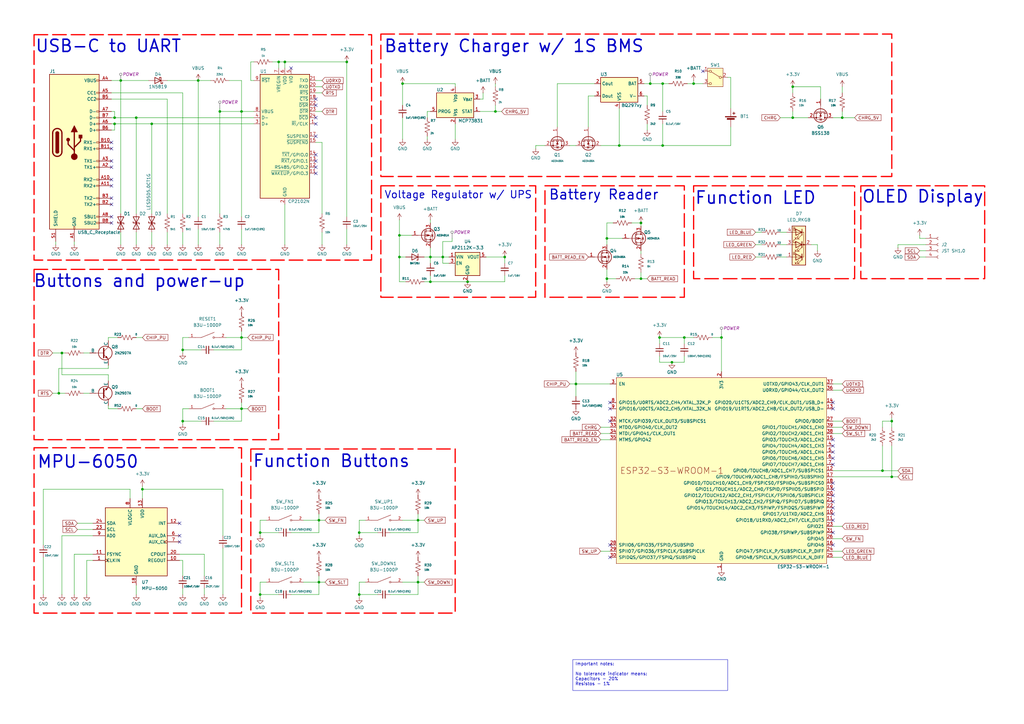
<source format=kicad_sch>
(kicad_sch (version 20231120) (generator "eeschema") (generator_version "8.0")
  (paper "A3")
  (title_block (title "IMU-RC Hand Unit") (date "2024-10-17") (rev "1.04") (company "ESTG-IPL"))
  (junction (at 361.95 193.04))
  (junction (at 81.28 33.02))
  (junction (at 295.91 138.43))
  (junction (at 262.89 114.3))
  (junction (at 203.2 45.72))
  (junction (at 165.1 34.29))
  (junction (at 171.45 213.36))
  (junction (at 147.32 218.44))
  (junction (at 248.92 97.79))
  (junction (at 280.67 138.43))
  (junction (at 74.93 143.51))
  (junction (at 46.99 48.26))
  (junction (at 46.99 50.8))
  (junction (at 49.53 33.02))
  (junction (at 365.76 172.72))
  (junction (at 106.68 218.44))
  (junction (at 163.83 105.41))
  (junction (at 284.48 34.29))
  (junction (at 262.89 91.44))
  (junction (at 171.45 238.76))
  (junction (at 130.81 238.76))
  (junction (at 266.7 34.29))
  (junction (at 176.53 115.57))
  (junction (at 62.23 50.8))
  (junction (at 365.76 195.58))
  (junction (at 142.24 25.4))
  (junction (at 248.92 114.3))
  (junction (at 25.4 144.78))
  (junction (at 55.88 48.26))
  (junction (at 116.84 25.4))
  (junction (at 325.12 48.26))
  (junction (at 74.93 172.72))
  (junction (at 254 59.69))
  (junction (at 163.83 96.52))
  (junction (at 90.17 45.72))
  (junction (at 275.59 148.59))
  (junction (at 24.13 161.29))
  (junction (at 207.01 105.41))
  (junction (at 99.06 138.43))
  (junction (at 236.22 157.48))
  (junction (at 114.3 25.4))
  (junction (at 130.81 213.36))
  (junction (at 270.51 138.43))
  (junction (at 271.78 59.69))
  (junction (at 191.77 115.57))
  (junction (at 106.68 243.84))
  (junction (at 58.42 200.66))
  (junction (at 176.53 105.41))
  (junction (at 345.44 48.26))
  (junction (at 147.32 243.84))
  (junction (at 99.06 45.72))
  (junction (at 271.78 34.29))
  (junction (at 181.61 105.41))
  (junction (at 99.06 167.64))
  (junction (at 325.12 35.56))
  (no_connect (at 250.19 172.72))
  (no_connect (at 288.29 29.21))
  (no_connect (at 341.63 182.88))
  (no_connect (at 341.63 167.64))
  (no_connect (at 45.72 66.04))
  (no_connect (at 129.54 66.04))
  (no_connect (at 250.19 165.1))
  (no_connect (at 45.72 58.42))
  (no_connect (at 341.63 210.82))
  (no_connect (at 341.63 223.52))
  (no_connect (at 129.54 40.64))
  (no_connect (at 45.72 60.96))
  (no_connect (at 250.19 223.52))
  (no_connect (at 341.63 185.42))
  (no_connect (at 341.63 187.96))
  (no_connect (at 341.63 208.28))
  (no_connect (at 129.54 48.26))
  (no_connect (at 129.54 63.5))
  (no_connect (at 45.72 68.58))
  (no_connect (at 341.63 205.74))
  (no_connect (at 250.19 167.64))
  (no_connect (at 45.72 73.66))
  (no_connect (at 45.72 81.28))
  (no_connect (at 341.63 203.2))
  (no_connect (at 341.63 213.36))
  (no_connect (at 250.19 228.6))
  (no_connect (at 45.72 76.2))
  (no_connect (at 73.66 214.63))
  (no_connect (at 341.63 190.5))
  (no_connect (at 129.54 43.18))
  (no_connect (at 119.38 27.94))
  (no_connect (at 129.54 71.12))
  (no_connect (at 73.66 219.71))
  (no_connect (at 45.72 91.44))
  (no_connect (at 129.54 68.58))
  (no_connect (at 45.72 83.82))
  (no_connect (at 129.54 50.8))
  (no_connect (at 341.63 180.34))
  (no_connect (at 73.66 222.25))
  (no_connect (at 341.63 198.12))
  (no_connect (at 129.54 55.88))
  (no_connect (at 341.63 200.66))
  (no_connect (at 341.63 218.44))
  (no_connect (at 341.63 165.1))
  (no_connect (at 45.72 88.9))
  (wire (pts (xy 207.01 115.57) (xy 191.77 115.57)))
  (wire (pts (xy 21.59 161.29) (xy 24.13 161.29)))
  (wire (pts (xy 130.81 218.44) (xy 130.81 213.36)))
  (wire (pts (xy 262.89 91.44) (xy 262.89 92.71)))
  (wire (pts (xy 99.06 45.72) (xy 99.06 88.9)))
  (wire (pts (xy 55.88 138.43) (xy 58.42 138.43)))
  (wire (pts (xy 185.42 97.79) (xy 185.42 99.06)))
  (wire (pts (xy 173.99 213.36) (xy 171.45 213.36)))
  (wire (pts (xy 45.72 33.02) (xy 49.53 33.02)))
  (wire (pts (xy 106.68 243.84) (xy 106.68 238.76)))
  (wire (pts (xy 55.88 87.63) (xy 55.88 48.26)))
  (wire (pts (xy 31.75 214.63) (xy 38.1 214.63)))
  (wire (pts (xy 345.44 48.26) (xy 345.44 45.72)))
  (wire (pts (xy 165.1 238.76) (xy 171.45 238.76)))
  (wire (pts (xy 74.93 143.51) (xy 74.93 138.43)))
  (wire (pts (xy 325.12 48.26) (xy 320.04 48.26)))
  (wire (pts (xy 228.6 34.29) (xy 243.84 34.29)))
  (wire (pts (xy 102.87 25.4) (xy 104.14 25.4)))
  (wire (pts (xy 147.32 218.44) (xy 154.94 218.44)))
  (wire (pts (xy 25.4 153.67) (xy 25.4 144.78)))
  (wire (pts (xy 271.78 34.29) (xy 274.32 34.29)))
  (wire (pts (xy 241.3 52.07) (xy 241.3 39.37)))
  (wire (pts (xy 129.54 45.72) (xy 132.08 45.72)))
  (wire (pts (xy 341.63 177.8) (xy 345.44 177.8)))
  (wire (pts (xy 99.06 93.98) (xy 99.06 100.33)))
  (wire (pts (xy 320.04 100.33) (xy 322.58 100.33)))
  (wire (pts (xy 106.68 218.44) (xy 106.68 213.36)))
  (wire (pts (xy 114.3 25.4) (xy 111.76 25.4)))
  (wire (pts (xy 198.12 38.1) (xy 198.12 40.64)))
  (wire (pts (xy 341.63 48.26) (xy 345.44 48.26)))
  (wire (pts (xy 171.45 210.82) (xy 171.45 213.36)))
  (wire (pts (xy 55.88 240.03) (xy 55.88 243.84)))
  (wire (pts (xy 106.68 213.36) (xy 109.22 213.36)))
  (wire (pts (xy 219.71 60.96) (xy 219.71 59.69)))
  (wire (pts (xy 99.06 135.89) (xy 99.06 138.43)))
  (wire (pts (xy 175.26 45.72) (xy 176.53 45.72)))
  (wire (pts (xy 181.61 105.41) (xy 184.15 105.41)))
  (wire (pts (xy 49.53 33.02) (xy 49.53 87.63)))
  (wire (pts (xy 129.54 33.02) (xy 132.08 33.02)))
  (wire (pts (xy 106.68 243.84) (xy 114.3 243.84)))
  (wire (pts (xy 341.63 172.72) (xy 345.44 172.72)))
  (wire (pts (xy 129.54 35.56) (xy 132.08 35.56)))
  (wire (pts (xy 248.92 97.79) (xy 255.27 97.79)))
  (wire (pts (xy 24.13 151.13) (xy 24.13 161.29)))
  (wire (pts (xy 175.26 57.15) (xy 175.26 55.88)))
  (wire (pts (xy 299.72 31.75) (xy 299.72 44.45)))
  (wire (pts (xy 171.45 218.44) (xy 171.45 213.36)))
  (wire (pts (xy 30.48 100.33) (xy 30.48 99.06)))
  (wire (pts (xy 228.6 52.07) (xy 228.6 34.29)))
  (wire (pts (xy 203.2 45.72) (xy 205.74 45.72)))
  (wire (pts (xy 83.82 241.3) (xy 83.82 243.84)))
  (wire (pts (xy 365.76 172.72) (xy 361.95 172.72)))
  (wire (pts (xy 236.22 152.4) (xy 236.22 157.48)))
  (wire (pts (xy 345.44 48.26) (xy 350.52 48.26)))
  (wire (pts (xy 284.48 34.29) (xy 288.29 34.29)))
  (wire (pts (xy 116.84 83.82) (xy 116.84 100.33)))
  (wire (pts (xy 163.83 96.52) (xy 168.91 96.52)))
  (wire (pts (xy 132.08 58.42) (xy 129.54 58.42)))
  (wire (pts (xy 284.48 33.02) (xy 284.48 34.29)))
  (wire (pts (xy 207.01 105.41) (xy 199.39 105.41)))
  (wire (pts (xy 17.78 228.6) (xy 17.78 243.84)))
  (wire (pts (xy 248.92 114.3) (xy 248.92 115.57)))
  (wire (pts (xy 365.76 171.45) (xy 365.76 172.72)))
  (wire (pts (xy 46.99 50.8) (xy 46.99 53.34)))
  (wire (pts (xy 119.38 243.84) (xy 130.81 243.84)))
  (wire (pts (xy 142.24 25.4) (xy 142.24 88.9)))
  (wire (pts (xy 81.28 88.9) (xy 81.28 33.02)))
  (wire (pts (xy 163.83 90.17) (xy 163.83 96.52)))
  (wire (pts (xy 368.3 100.33) (xy 379.73 100.33)))
  (wire (pts (xy 44.45 153.67) (xy 25.4 153.67)))
  (wire (pts (xy 44.45 149.86) (xy 44.45 151.13)))
  (wire (pts (xy 186.69 35.56) (xy 186.69 34.29)))
  (wire (pts (xy 320.04 105.41) (xy 322.58 105.41)))
  (wire (pts (xy 147.32 219.71) (xy 147.32 218.44)))
  (wire (pts (xy 142.24 93.98) (xy 142.24 100.33)))
  (wire (pts (xy 38.1 219.71) (xy 25.4 219.71)))
  (wire (pts (xy 270.51 138.43) (xy 270.51 140.97)))
  (wire (pts (xy 262.89 102.87) (xy 262.89 104.14)))
  (wire (pts (xy 309.88 105.41) (xy 312.42 105.41)))
  (wire (pts (xy 265.43 50.8) (xy 265.43 53.34)))
  (wire (pts (xy 45.72 48.26) (xy 46.99 48.26)))
  (wire (pts (xy 101.6 138.43) (xy 99.06 138.43)))
  (wire (pts (xy 90.17 45.72) (xy 90.17 87.63)))
  (wire (pts (xy 44.45 138.43) (xy 48.26 138.43)))
  (wire (pts (xy 130.81 236.22) (xy 130.81 238.76)))
  (wire (pts (xy 38.1 229.87) (xy 35.56 229.87)))
  (wire (pts (xy 17.78 223.52) (xy 17.78 200.66)))
  (wire (pts (xy 101.6 167.64) (xy 99.06 167.64)))
  (wire (pts (xy 246.38 180.34) (xy 250.19 180.34)))
  (wire (pts (xy 58.42 199.39) (xy 58.42 200.66)))
  (wire (pts (xy 280.67 140.97) (xy 280.67 138.43)))
  (wire (pts (xy 90.17 45.72) (xy 99.06 45.72)))
  (wire (pts (xy 236.22 157.48) (xy 236.22 162.56)))
  (wire (pts (xy 160.02 243.84) (xy 171.45 243.84)))
  (wire (pts (xy 55.88 48.26) (xy 104.14 48.26)))
  (wire (pts (xy 25.4 219.71) (xy 25.4 243.84)))
  (wire (pts (xy 58.42 200.66) (xy 58.42 204.47)))
  (wire (pts (xy 165.1 213.36) (xy 171.45 213.36)))
  (wire (pts (xy 116.84 27.94) (xy 116.84 25.4)))
  (wire (pts (xy 106.68 245.11) (xy 106.68 243.84)))
  (wire (pts (xy 163.83 105.41) (xy 163.83 96.52)))
  (wire (pts (xy 173.99 115.57) (xy 176.53 115.57)))
  (wire (pts (xy 53.34 200.66) (xy 53.34 204.47)))
  (wire (pts (xy 248.92 91.44) (xy 248.92 97.79)))
  (wire (pts (xy 99.06 33.02) (xy 99.06 45.72)))
  (wire (pts (xy 26.67 144.78) (xy 25.4 144.78)))
  (wire (pts (xy 31.75 217.17) (xy 38.1 217.17)))
  (wire (pts (xy 147.32 238.76) (xy 149.86 238.76)))
  (wire (pts (xy 207.01 113.03) (xy 207.01 115.57)))
  (wire (pts (xy 46.99 48.26) (xy 55.88 48.26)))
  (wire (pts (xy 233.68 59.69) (xy 236.22 59.69)))
  (wire (pts (xy 271.78 59.69) (xy 299.72 59.69)))
  (wire (pts (xy 248.92 114.3) (xy 252.73 114.3)))
  (wire (pts (xy 341.63 220.98) (xy 345.44 220.98)))
  (wire (pts (xy 325.12 48.26) (xy 331.47 48.26)))
  (wire (pts (xy 186.69 50.8) (xy 186.69 57.15)))
  (wire (pts (xy 251.46 91.44) (xy 248.92 91.44)))
  (wire (pts (xy 147.32 213.36) (xy 149.86 213.36)))
  (wire (pts (xy 44.45 139.7) (xy 44.45 138.43)))
  (wire (pts (xy 265.43 43.18) (xy 265.43 39.37)))
  (wire (pts (xy 147.32 245.11) (xy 147.32 243.84)))
  (wire (pts (xy 262.89 114.3) (xy 265.43 114.3)))
  (wire (pts (xy 341.63 228.6) (xy 345.44 228.6)))
  (wire (pts (xy 68.58 40.64) (xy 45.72 40.64)))
  (wire (pts (xy 379.73 97.79) (xy 377.19 97.79)))
  (wire (pts (xy 377.19 97.79) (xy 377.19 96.52)))
  (wire (pts (xy 292.1 138.43) (xy 295.91 138.43)))
  (wire (pts (xy 184.15 107.95) (xy 181.61 107.95)))
  (wire (pts (xy 165.1 34.29) (xy 165.1 43.18)))
  (wire (pts (xy 341.63 215.9) (xy 345.44 215.9)))
  (wire (pts (xy 81.28 33.02) (xy 86.36 33.02)))
  (wire (pts (xy 74.93 95.25) (xy 74.93 100.33)))
  (wire (pts (xy 365.76 172.72) (xy 365.76 175.26)))
  (wire (pts (xy 280.67 148.59) (xy 275.59 148.59)))
  (wire (pts (xy 163.83 105.41) (xy 166.37 105.41)))
  (wire (pts (xy 309.88 100.33) (xy 312.42 100.33)))
  (wire (pts (xy 49.53 95.25) (xy 49.53 100.33)))
  (wire (pts (xy 62.23 87.63) (xy 62.23 50.8)))
  (wire (pts (xy 341.63 195.58) (xy 365.76 195.58)))
  (wire (pts (xy 119.38 218.44) (xy 130.81 218.44)))
  (wire (pts (xy 30.48 227.33) (xy 38.1 227.33)))
  (wire (pts (xy 246.38 226.06) (xy 250.19 226.06)))
  (wire (pts (xy 46.99 53.34) (xy 45.72 53.34)))
  (wire (pts (xy 345.44 35.56) (xy 345.44 38.1)))
  (wire (pts (xy 45.72 50.8) (xy 46.99 50.8)))
  (wire (pts (xy 99.06 172.72) (xy 99.06 167.64)))
  (wire (pts (xy 246.38 59.69) (xy 254 59.69)))
  (wire (pts (xy 181.61 107.95) (xy 181.61 105.41)))
  (wire (pts (xy 262.89 114.3) (xy 262.89 111.76)))
  (wire (pts (xy 91.44 200.66) (xy 58.42 200.66)))
  (wire (pts (xy 176.53 101.6) (xy 176.53 105.41)))
  (wire (pts (xy 102.87 33.02) (xy 102.87 25.4)))
  (wire (pts (xy 325.12 35.56) (xy 325.12 38.1)))
  (wire (pts (xy 90.17 44.45) (xy 90.17 45.72)))
  (wire (pts (xy 133.35 213.36) (xy 130.81 213.36)))
  (wire (pts (xy 74.93 87.63) (xy 74.93 38.1)))
  (wire (pts (xy 203.2 43.18) (xy 203.2 45.72)))
  (wire (pts (xy 236.22 157.48) (xy 250.19 157.48)))
  (wire (pts (xy 160.02 218.44) (xy 171.45 218.44)))
  (wire (pts (xy 233.68 157.48) (xy 236.22 157.48)))
  (wire (pts (xy 173.99 238.76) (xy 171.45 238.76)))
  (wire (pts (xy 196.85 45.72) (xy 203.2 45.72)))
  (wire (pts (xy 181.61 99.06) (xy 181.61 105.41)))
  (wire (pts (xy 254 59.69) (xy 271.78 59.69)))
  (wire (pts (xy 377.19 105.41) (xy 379.73 105.41)))
  (wire (pts (xy 44.45 156.21) (xy 44.45 153.67)))
  (wire (pts (xy 68.58 33.02) (xy 81.28 33.02)))
  (wire (pts (xy 175.26 48.26) (xy 175.26 45.72)))
  (wire (pts (xy 46.99 45.72) (xy 45.72 45.72)))
  (wire (pts (xy 49.53 33.02) (xy 60.96 33.02)))
  (wire (pts (xy 173.99 105.41) (xy 176.53 105.41)))
  (wire (pts (xy 133.35 238.76) (xy 130.81 238.76)))
  (wire (pts (xy 46.99 50.8) (xy 62.23 50.8)))
  (wire (pts (xy 198.12 40.64) (xy 196.85 40.64)))
  (wire (pts (xy 163.83 105.41) (xy 163.83 115.57)))
  (wire (pts (xy 176.53 90.17) (xy 176.53 91.44)))
  (wire (pts (xy 295.91 137.16) (xy 295.91 138.43)))
  (wire (pts (xy 176.53 113.03) (xy 176.53 115.57)))
  (wire (pts (xy 147.32 243.84) (xy 147.32 238.76)))
  (wire (pts (xy 99.06 165.1) (xy 99.06 167.64)))
  (wire (pts (xy 62.23 95.25) (xy 62.23 100.33)))
  (wire (pts (xy 248.92 100.33) (xy 248.92 97.79)))
  (wire (pts (xy 309.88 95.25) (xy 312.42 95.25)))
  (wire (pts (xy 147.32 218.44) (xy 147.32 213.36)))
  (wire (pts (xy 62.23 50.8) (xy 104.14 50.8)))
  (wire (pts (xy 365.76 195.58) (xy 368.3 195.58)))
  (wire (pts (xy 68.58 87.63) (xy 68.58 40.64)))
  (wire (pts (xy 171.45 243.84) (xy 171.45 238.76)))
  (wire (pts (xy 68.58 95.25) (xy 68.58 100.33)))
  (wire (pts (xy 34.29 144.78) (xy 36.83 144.78)))
  (wire (pts (xy 265.43 39.37) (xy 264.16 39.37)))
  (wire (pts (xy 275.59 148.59) (xy 270.51 148.59)))
  (wire (pts (xy 299.72 59.69) (xy 299.72 52.07)))
  (wire (pts (xy 266.7 33.02) (xy 266.7 34.29)))
  (wire (pts (xy 219.71 59.69) (xy 223.52 59.69)))
  (wire (pts (xy 171.45 236.22) (xy 171.45 238.76)))
  (wire (pts (xy 341.63 193.04) (xy 361.95 193.04)))
  (wire (pts (xy 34.29 161.29) (xy 36.83 161.29)))
  (wire (pts (xy 270.51 138.43) (xy 280.67 138.43)))
  (wire (pts (xy 176.53 107.95) (xy 176.53 105.41)))
  (wire (pts (xy 130.81 210.82) (xy 130.81 213.36)))
  (wire (pts (xy 254 44.45) (xy 254 59.69)))
  (wire (pts (xy 74.93 241.3) (xy 74.93 243.84)))
  (wire (pts (xy 17.78 200.66) (xy 53.34 200.66)))
  (wire (pts (xy 365.76 182.88) (xy 365.76 195.58)))
  (wire (pts (xy 341.63 160.02) (xy 345.44 160.02)))
  (wire (pts (xy 124.46 213.36) (xy 130.81 213.36)))
  (wire (pts (xy 336.55 35.56) (xy 325.12 35.56)))
  (wire (pts (xy 207.01 107.95) (xy 207.01 105.41)))
  (wire (pts (xy 99.06 143.51) (xy 99.06 138.43)))
  (wire (pts (xy 280.67 146.05) (xy 280.67 148.59)))
  (wire (pts (xy 325.12 48.26) (xy 325.12 45.72)))
  (wire (pts (xy 246.38 177.8) (xy 250.19 177.8)))
  (wire (pts (xy 83.82 227.33) (xy 83.82 236.22)))
  (wire (pts (xy 368.3 101.6) (xy 368.3 100.33)))
  (wire (pts (xy 246.38 175.26) (xy 250.19 175.26)))
  (wire (pts (xy 44.45 151.13) (xy 24.13 151.13)))
  (wire (pts (xy 74.93 172.72) (xy 82.55 172.72)))
  (wire (pts (xy 185.42 99.06) (xy 181.61 99.06)))
  (wire (pts (xy 320.04 95.25) (xy 322.58 95.25)))
  (wire (pts (xy 271.78 50.8) (xy 271.78 59.69)))
  (wire (pts (xy 45.72 38.1) (xy 74.93 38.1)))
  (wire (pts (xy 87.63 172.72) (xy 99.06 172.72)))
  (wire (pts (xy 130.81 243.84) (xy 130.81 238.76)))
  (wire (pts (xy 74.93 138.43) (xy 77.47 138.43)))
  (wire (pts (xy 129.54 38.1) (xy 132.08 38.1)))
  (wire (pts (xy 106.68 218.44) (xy 114.3 218.44)))
  (wire (pts (xy 104.14 33.02) (xy 102.87 33.02)))
  (wire (pts (xy 335.28 100.33) (xy 332.74 100.33)))
  (wire (pts (xy 90.17 95.25) (xy 90.17 100.33)))
  (wire (pts (xy 264.16 34.29) (xy 266.7 34.29)))
  (wire (pts (xy 259.08 91.44) (xy 262.89 91.44)))
  (wire (pts (xy 270.51 148.59) (xy 270.51 146.05)))
  (wire (pts (xy 91.44 219.71) (xy 91.44 200.66)))
  (wire (pts (xy 163.83 115.57) (xy 166.37 115.57)))
  (wire (pts (xy 92.71 167.64) (xy 99.06 167.64)))
  (wire (pts (xy 74.93 236.22) (xy 74.93 229.87)))
  (wire (pts (xy 99.06 45.72) (xy 104.14 45.72)))
  (wire (pts (xy 106.68 219.71) (xy 106.68 218.44)))
  (wire (pts (xy 341.63 157.48) (xy 345.44 157.48)))
  (wire (pts (xy 361.95 175.26) (xy 361.95 172.72)))
  (wire (pts (xy 165.1 34.29) (xy 186.69 34.29)))
  (wire (pts (xy 92.71 138.43) (xy 99.06 138.43)))
  (wire (pts (xy 44.45 167.64) (xy 48.26 167.64)))
  (wire (pts (xy 248.92 110.49) (xy 248.92 114.3)))
  (wire (pts (xy 165.1 57.15) (xy 165.1 48.26)))
  (wire (pts (xy 74.93 143.51) (xy 82.55 143.51)))
  (wire (pts (xy 21.59 144.78) (xy 25.4 144.78)))
  (wire (pts (xy 74.93 144.78) (xy 74.93 143.51)))
  (wire (pts (xy 22.86 99.06) (xy 22.86 100.33)))
  (wire (pts (xy 74.93 229.87) (xy 73.66 229.87)))
  (wire (pts (xy 147.32 243.84) (xy 154.94 243.84)))
  (wire (pts (xy 87.63 143.51) (xy 99.06 143.51)))
  (wire (pts (xy 81.28 93.98) (xy 81.28 100.33)))
  (wire (pts (xy 114.3 27.94) (xy 114.3 25.4)))
  (wire (pts (xy 106.68 238.76) (xy 109.22 238.76)))
  (wire (pts (xy 35.56 229.87) (xy 35.56 243.84)))
  (wire (pts (xy 280.67 138.43) (xy 284.48 138.43)))
  (wire (pts (xy 116.84 25.4) (xy 114.3 25.4)))
  (wire (pts (xy 91.44 224.79) (xy 91.44 243.84)))
  (wire (pts (xy 335.28 102.87) (xy 335.28 100.33)))
  (wire (pts (xy 74.93 173.99) (xy 74.93 172.72)))
  (wire (pts (xy 176.53 115.57) (xy 191.77 115.57)))
  (wire (pts (xy 74.93 172.72) (xy 74.93 167.64)))
  (wire (pts (xy 24.13 161.29) (xy 26.67 161.29)))
  (wire (pts (xy 336.55 40.64) (xy 336.55 35.56)))
  (wire (pts (xy 116.84 25.4) (xy 142.24 25.4)))
  (wire (pts (xy 30.48 243.84) (xy 30.48 227.33)))
  (wire (pts (xy 271.78 45.72) (xy 271.78 34.29)))
  (wire (pts (xy 299.72 31.75) (xy 298.45 31.75)))
  (wire (pts (xy 44.45 166.37) (xy 44.45 167.64)))
  (wire (pts (xy 341.63 226.06) (xy 345.44 226.06)))
  (wire (pts (xy 46.99 48.26) (xy 46.99 45.72)))
  (wire (pts (xy 74.93 167.64) (xy 77.47 167.64)))
  (wire (pts (xy 295.91 138.43) (xy 295.91 152.4)))
  (wire (pts (xy 132.08 87.63) (xy 132.08 58.42)))
  (wire (pts (xy 361.95 193.04) (xy 368.3 193.04)))
  (wire (pts (xy 281.94 34.29) (xy 284.48 34.29)))
  (wire (pts (xy 377.19 102.87) (xy 379.73 102.87)))
  (wire (pts (xy 266.7 34.29) (xy 271.78 34.29)))
  (wire (pts (xy 55.88 95.25) (xy 55.88 100.33)))
  (wire (pts (xy 132.08 95.25) (xy 132.08 100.33)))
  (wire (pts (xy 93.98 33.02) (xy 99.06 33.02)))
  (wire (pts (xy 203.2 34.29) (xy 203.2 35.56)))
  (wire (pts (xy 241.3 39.37) (xy 243.84 39.37)))
  (wire (pts (xy 73.66 227.33) (xy 83.82 227.33)))
  (wire (pts (xy 341.63 175.26) (xy 345.44 175.26)))
  (wire (pts (xy 124.46 238.76) (xy 130.81 238.76)))
  (wire (pts (xy 176.53 105.41) (xy 181.61 105.41)))
  (wire (pts (xy 260.35 114.3) (xy 262.89 114.3)))
  (wire (pts (xy 361.95 193.04) (xy 361.95 182.88)))
  (wire (pts (xy 55.88 167.64) (xy 58.42 167.64)))
  (rectangle (start 156.21 76.2) (end 219.71 121.92) (stroke (width 0.508) (type dash) (color 255 0 0 1)))
  (rectangle (start 284.48 76.2) (end 350.52 114.3) (stroke (width 0.508) (type dash) (color 255 0 0 1)))
  (rectangle (start 156.21 13.97) (end 365.76 72.39) (stroke (width 0.508) (type dash) (color 255 0 0 1)))
  (rectangle (start 13.97 110.49) (end 114.3 180.34) (stroke (width 0.508) (type dash) (color 255 0 0 1)))
  (rectangle (start 13.97 183.642) (end 99.06 251.46) (stroke (width 0.508) (type dash) (color 255 0 0 1)))
  (rectangle (start 13.97 14.224) (end 152.4 106.68) (stroke (width 0.508) (type dash) (color 255 0 0 1)))
  (rectangle (start 102.87 184.15) (end 186.69 251.46) (stroke (width 0.508) (type dash) (color 255 0 0 1)))
  (rectangle (start 353.06 76.2) (end 403.86 114.3) (stroke (width 0.508) (type dash) (color 255 0 0 1)))
  (rectangle (start 223.52 76.2) (end 280.67 121.92) (stroke (width 0.508) (type dash) (color 255 0 0 1)))
  (text_box "Important notes:\n\nNo tolerance indicator means:\nCapacitors - 20%\nResistos - 1%" (at 234.95 270.51 0) (size 63.5 12.7) (effects (font (size 1.27 1.27) (thickness 0.1588)) (justify left top)))
  (text "Voltage Regulator w/ UPS" (at 187.96 80.01 0) (effects (font (size 3 3) (thickness 0.375))))
  (text "Battery Charger w/ 1S BMS\n" (at 210.82 19.05 0) (effects (font (size 5 5) (thickness 0.625))))
  (text "Function Buttons\n" (at 135.89 189.23 0) (effects (font (size 5 5) (thickness 0.625))))
  (text "Buttons and power-up\n\n" (at 57.15 119.38 0) (effects (font (size 5 5) (thickness 0.625))))
  (text "USB-C to UART" (at 44.45 19.05 0) (effects (font (size 5 5) (thickness 0.625))))
  (text "Battery Reader\n" (at 247.65 80.01 0) (effects (font (size 4 4) (thickness 0.5))))
  (text "OLED Display\n" (at 378.46 80.772 0) (effects (font (size 5 5) (thickness 0.625))))
  (text "Function LED\n" (at 309.88 81.28 0) (effects (font (size 5 5) (thickness 0.625))))
  (text "MPU-6050\n\n" (at 36.068 193.548 0) (effects (font (size 5 5) (thickness 0.625))))
  (global_label "SW_SLT" (shape input) (at 133.35 238.76 0) (property "Intersheetrefs" "${INTERSHEET_REFS}" (effects (hide yes))))
  (global_label "BOOT" (shape input) (at 101.6 167.64 0) (property "Intersheetrefs" "${INTERSHEET_REFS}" (effects (hide yes))))
  (global_label "BATT_READ" (shape input) (at 246.38 177.8 180) (property "Intersheetrefs" "${INTERSHEET_REFS}" (effects (hide yes))))
  (global_label "BATT_READ" (shape input) (at 265.43 114.3 0) (property "Intersheetrefs" "${INTERSHEET_REFS}" (effects (hide yes))))
  (global_label "CHIP_PU" (shape input) (at 58.42 138.43 0) (property "Intersheetrefs" "${INTERSHEET_REFS}" (effects (hide yes))))
  (global_label "CHIP_PU" (shape input) (at 101.6 138.43 0) (property "Intersheetrefs" "${INTERSHEET_REFS}" (effects (hide yes))))
  (global_label "SCL" (shape input) (at 31.75 217.17 180) (property "Intersheetrefs" "${INTERSHEET_REFS}" (effects (hide yes))))
  (global_label "SDA" (shape input) (at 368.3 193.04 0) (property "Intersheetrefs" "${INTERSHEET_REFS}" (effects (hide yes))))
  (global_label "RTS" (shape input) (at 21.59 161.29 180) (property "Intersheetrefs" "${INTERSHEET_REFS}" (effects (hide yes))))
  (global_label "CHRG" (shape input) (at 246.38 175.26 180) (property "Intersheetrefs" "${INTERSHEET_REFS}" (effects (hide yes))))
  (global_label "LED_BLUE" (shape input) (at 345.44 228.6 0) (property "Intersheetrefs" "${INTERSHEET_REFS}" (effects (hide yes))))
  (global_label "CHIP_PU" (shape input) (at 233.68 157.48 180) (property "Intersheetrefs" "${INTERSHEET_REFS}" (effects (hide yes))))
  (global_label "CHRG_5V" (shape input) (at 350.52 48.26 0) (property "Intersheetrefs" "${INTERSHEET_REFS}" (effects (hide yes))))
  (global_label "SW_UP" (shape input) (at 246.38 226.06 180) (property "Intersheetrefs" "${INTERSHEET_REFS}" (effects (hide yes))))
  (global_label "SCL" (shape input) (at 368.3 195.58 0) (property "Intersheetrefs" "${INTERSHEET_REFS}" (effects (hide yes))))
  (global_label "CHRG_5V" (shape input) (at 205.74 45.72 0) (property "Intersheetrefs" "${INTERSHEET_REFS}" (effects (hide yes))))
  (global_label "SDA" (shape input) (at 377.19 105.41 180) (property "Intersheetrefs" "${INTERSHEET_REFS}" (effects (hide yes))))
  (global_label "SW_FN" (shape input) (at 345.44 220.98 0) (property "Intersheetrefs" "${INTERSHEET_REFS}" (effects (hide yes))))
  (global_label "LED_RED" (shape input) (at 309.88 105.41 180) (property "Intersheetrefs" "${INTERSHEET_REFS}" (effects (hide yes))))
  (global_label "SW_FN" (shape input) (at 133.35 213.36 0) (property "Intersheetrefs" "${INTERSHEET_REFS}" (effects (hide yes))))
  (global_label "BATT_READ_EN" (shape input) (at 246.38 180.34 180) (property "Intersheetrefs" "${INTERSHEET_REFS}" (effects (hide yes))))
  (global_label "LED_BLUE" (shape input) (at 309.88 95.25 180) (property "Intersheetrefs" "${INTERSHEET_REFS}" (effects (hide yes))))
  (global_label "BOOT" (shape input) (at 58.42 167.64 0) (property "Intersheetrefs" "${INTERSHEET_REFS}" (effects (hide yes))))
  (global_label "BOOT" (shape input) (at 345.44 172.72 0) (property "Intersheetrefs" "${INTERSHEET_REFS}" (effects (hide yes))))
  (global_label "SDA" (shape input) (at 31.75 214.63 180) (property "Intersheetrefs" "${INTERSHEET_REFS}" (effects (hide yes))))
  (global_label "DTR" (shape input) (at 21.59 144.78 180) (property "Intersheetrefs" "${INTERSHEET_REFS}" (effects (hide yes))))
  (global_label "LED_GREEN" (shape input) (at 345.44 226.06 0) (property "Intersheetrefs" "${INTERSHEET_REFS}" (effects (hide yes))))
  (global_label "RTS" (shape input) (at 132.08 38.1 0) (property "Intersheetrefs" "${INTERSHEET_REFS}" (effects (hide yes))))
  (global_label "SW_SLT" (shape input) (at 345.44 177.8 0) (property "Intersheetrefs" "${INTERSHEET_REFS}" (effects (hide yes))))
  (global_label "LED_RED" (shape input) (at 345.44 215.9 0) (property "Intersheetrefs" "${INTERSHEET_REFS}" (effects (hide yes))))
  (global_label "BATT_READ_EN" (shape input) (at 241.3 105.41 180) (property "Intersheetrefs" "${INTERSHEET_REFS}" (effects (hide yes))))
  (global_label "SW_UP" (shape input) (at 173.99 213.36 0) (property "Intersheetrefs" "${INTERSHEET_REFS}" (effects (hide yes))))
  (global_label "SW_DOWN" (shape input) (at 173.99 238.76 0) (property "Intersheetrefs" "${INTERSHEET_REFS}" (effects (hide yes))))
  (global_label "DTR" (shape input) (at 132.08 45.72 0) (property "Intersheetrefs" "${INTERSHEET_REFS}" (effects (hide yes))))
  (global_label "CHRG" (shape input) (at 320.04 48.26 180) (property "Intersheetrefs" "${INTERSHEET_REFS}" (effects (hide yes))))
  (global_label "U0RXD" (shape input) (at 132.08 33.02 0) (property "Intersheetrefs" "${INTERSHEET_REFS}" (effects (hide yes))))
  (global_label "U0TXD" (shape input) (at 345.44 157.48 0) (property "Intersheetrefs" "${INTERSHEET_REFS}" (effects (hide yes))))
  (global_label "U0RXD" (shape input) (at 345.44 160.02 0) (property "Intersheetrefs" "${INTERSHEET_REFS}" (effects (hide yes))))
  (global_label "SCL" (shape input) (at 377.19 102.87 180) (property "Intersheetrefs" "${INTERSHEET_REFS}" (effects (hide yes))))
  (global_label "LED_GREEN" (shape input) (at 309.88 100.33 180) (property "Intersheetrefs" "${INTERSHEET_REFS}" (effects (hide yes))))
  (global_label "SW_DOWN" (shape input) (at 345.44 175.26 0) (property "Intersheetrefs" "${INTERSHEET_REFS}" (effects (hide yes))))
  (global_label "U0TXD" (shape input) (at 132.08 35.56 0) (property "Intersheetrefs" "${INTERSHEET_REFS}" (effects (hide yes))))
  (netclass_flag "" (length 2.54) (shape round) (at 295.91 137.16 0) (property "Netclass" "POWER" (at 296.6085 134.62 0) (effects (font (italic yes)) (justify left))))
  (netclass_flag "" (length 2.54) (shape round) (at 49.53 33.02 0) (property "Netclass" "POWER" (at 50.2285 30.48 0) (effects (font (italic yes)) (justify left))))
  (netclass_flag "" (length 2.54) (shape round) (at 90.17 44.45 0) (property "Netclass" "POWER" (at 90.8685 41.91 0) (effects (font (italic yes)) (justify left))))
  (netclass_flag "" (length 2.54) (shape round) (at 266.7 33.02 0) (property "Netclass" "POWER" (at 267.3985 30.48 0) (effects (font (italic yes)) (justify left))))
  (netclass_flag "" (length 2.54) (shape round) (at 185.42 97.79 0) (property "Netclass" "POWER" (at 186.1185 95.25 0) (effects (font (italic yes)) (justify left))))
  (symbol (lib_id "power:GND") (at 74.93 100.33 0) (unit 1)
    (property "Reference" "#PWR036" (effects (hide yes)))
    (property "Value" "GND" (at 74.93 104.14 0))
    (property "Description" "Power symbol creates a global label with name \"GND\" , ground" (effects (hide yes)))
  )
  (symbol (lib_id "Battery_Management:MCP73831-2-OT") (at 186.69 43.18 0) (unit 1)
    (property "Reference" "U2" (at 179.07 36.83 0) (effects (justify left)))
    (property "Value" "MCP73831" (at 187.96 49.53 0) (effects (justify left)))
    (property "Footprint" "Package_DFN_QFN:QFN-20-1EP_4x4mm_P0.5mm_EP2.5x2.5mm" (effects (hide yes)))
    (property "Datasheet" "http://ww1.microchip.com/downloads/en/DeviceDoc/20001984g.pdf" (effects (hide yes)))
    (property "Description" "Single cell, Li-Ion/Li-Po charge management controller, 4.20V, Tri-State Status Output, in SOT23-5 package" (effects (hide yes)))
  )
  (symbol (lib_id "Connector:USB_C_Receptacle_USB2.0_16P") (at -67.31 48.26 0) (unit 1)
    (property "Reference" "J3" (at -67.31 25.4 0))
    (property "Value" "USB_C_Receptacle_USB2.0_16P" (at -67.31 27.94 0))
    (property "Datasheet" "https://www.usb.org/sites/default/files/documents/usb_type-c.zip" (effects (hide yes)))
    (property "Description" "USB 2.0-only 16P Type-C Receptacle connector" (effects (hide yes)))
  )
  (symbol (lib_id "power:GND") (at 68.58 100.33 0) (unit 1)
    (property "Reference" "#PWR032" (effects (hide yes)))
    (property "Value" "GND" (at 68.58 104.14 0))
    (property "Description" "Power symbol creates a global label with name \"GND\" , ground" (effects (hide yes)))
  )
  (symbol (lib_id "Device:R_US") (at 345.44 41.91 0) (mirror x) (unit 1)
    (property "Reference" "R17" (at 342.9 41.275 0) (effects (font (size 1 1)) (justify right)))
    (property "Value" "10k" (at 342.9 43.1799 0) (effects (font (size 0.75 0.75)) (justify right)))
    (property "Footprint" "Resistor_SMD:R_0805_2012Metric" (effects (hide yes)))
  )
  (symbol (lib_id "Device:R_US") (at 52.07 167.64 90) (unit 1)
    (property "Reference" "R52" (at 48.26 166.37 90) (effects (font (size 1 1))))
    (property "Value" "0" (at 55.88 166.37 90) (effects (font (size 0.75 0.75))))
    (property "Footprint" "Resistor_SMD:R_1206_3216Metric" (effects (hide yes)))
  )
  (symbol (lib_id "power:GND") (at 219.71 60.96 0) (unit 1)
    (property "Reference" "#PWR012" (effects (hide yes)))
    (property "Value" "GND" (at 219.71 64.77 0))
    (property "Description" "Power symbol creates a global label with name \"GND\" , ground" (effects (hide yes)))
  )
  (symbol (lib_id "Device:C_Small") (at 165.1 45.72 0) (unit 1)
    (property "Reference" "C4" (at 166.37 43.18 0) (effects (font (size 1 1)) (justify left)))
    (property "Value" "1uF/16V(10%)" (at 166.37 48.26 0) (effects (font (size 0.75 0.75)) (justify left)))
    (property "Footprint" "Capacitor_SMD:C_0603_1608Metric" (effects (hide yes)))
  )
  (symbol (lib_id "Device:C_Small") (at 157.48 243.84 90) (mirror x) (unit 1)
    (property "Reference" "C20" (at 154.94 242.57 90) (effects (font (size 1 1))))
    (property "Value" "0.1uF/50V(10%)" (at 163.83 242.57 90) (effects (font (size 0.75 0.75))))
    (property "Footprint" "Capacitor_SMD:C_0805_2012Metric" (effects (hide yes)))
  )
  (symbol (lib_id "power:GND") (at 186.69 57.15 0) (unit 1)
    (property "Reference" "#PWR044" (effects (hide yes)))
    (property "Value" "GND" (at 186.69 60.96 0))
    (property "Description" "Power symbol creates a global label with name \"GND\" , ground" (effects (hide yes)))
  )
  (symbol (lib_id "Battery_Management:BQ297xy") (at 254 36.83 0) (mirror y) (unit 1)
    (property "Reference" "U3" (at 247.65 30.48 0))
    (property "Value" "BQ297xy" (at 259.08 43.18 0))
    (property "Footprint" "Package_SON:WSON-6_1.5x1.5mm_P0.5mm" (effects (hide yes)))
    (property "Datasheet" "http://www.ti.com/lit/ds/symlink/bq2970.pdf" (effects (hide yes)))
    (property "Description" "Voltage and Current Protection for Single-Cell Li-Ion and Li-Polymer Batteries" (effects (hide yes)))
  )
  (symbol (lib_id "Device:R_US") (at 325.12 41.91 180) (unit 1)
    (property "Reference" "R16" (at 327.66 41.275 0) (effects (font (size 1 1)) (justify right)))
    (property "Value" "10k" (at 327.66 43.1799 0) (effects (font (size 0.75 0.75)) (justify right)))
    (property "Footprint" "Resistor_SMD:R_0805_2012Metric" (effects (hide yes)))
  )
  (symbol (lib_id "power:+3.3V") (at 325.12 35.56 0) (unit 1)
    (property "Reference" "#PWR033" (effects (hide yes)))
    (property "Value" "+3.3V" (at 325.12 30.48 0))
    (property "Description" "Power symbol creates a global label with name \"+3.3V\"" (effects (hide yes)))
  )
  (symbol (lib_id "power:GND") (at 62.23 100.33 0) (unit 1)
    (property "Reference" "#PWR031" (effects (hide yes)))
    (property "Value" "GND" (at 62.23 104.14 0))
    (property "Description" "Power symbol creates a global label with name \"GND\" , ground" (effects (hide yes)))
  )
  (symbol (lib_id "power:GND") (at 248.92 115.57 0) (unit 1)
    (property "Reference" "#PWR021" (effects (hide yes)))
    (property "Value" "GND" (at 248.92 119.38 0))
    (property "Description" "Power symbol creates a global label with name \"GND\" , ground" (effects (hide yes)))
  )
  (symbol (lib_id "Device:LED_RKGB") (at 327.66 100.33 180) (unit 1)
    (property "Reference" "D7" (at 327.66 87.63 0))
    (property "Value" "LED_RKGB" (at 327.66 90.17 0))
    (property "Footprint" "MyLibrary:LED_D5.0mm-4_RKGB" (effects (hide yes)))
    (property "Description" "RGB LED, red/cathode/green/blue" (effects (hide yes)))
  )
  (symbol (lib_id "B3U-1000P:B3U-1000P") (at 116.84 213.36 0) (unit 1)
    (property "Reference" "SW_FN1" (at 116.84 205.74 0))
    (property "Value" "B3U-1000P" (at 116.84 208.28 0))
    (property "Footprint" "Button_Switch_SMD:SW_SPST_PTS647_Sx50" (effects (hide yes)))
    (property "MF" "Omron" (effects (hide yes)))
    (property "DESCRIPTION" "Tactile Switch SPST-NO Top Actuated Surface Mount" (effects (hide yes)))
    (property "PACKAGE" "None" (effects (hide yes)))
    (property "PRICE" "None" (effects (hide yes)))
    (property "MP" "B3U-1000P" (effects (hide yes)))
    (property "AVAILABILITY" "Unavailable" (effects (hide yes)))
  )
  (symbol (lib_id "power:+3.3V") (at 236.22 144.78 0) (unit 1)
    (property "Reference" "#PWR024" (effects (hide yes)))
    (property "Value" "+3.3V" (at 236.22 139.7 0))
    (property "Description" "Power symbol creates a global label with name \"+3.3V\"" (effects (hide yes)))
  )
  (symbol (lib_id "Device:R_US") (at 132.08 91.44 0) (mirror y) (unit 1)
    (property "Reference" "R6" (at 133.35 87.63 0) (effects (font (size 1 1)) (justify right)))
    (property "Value" "10k" (at 133.35 95.25 0) (effects (font (size 0.75 0.75)) (justify right)))
    (property "Footprint" "Resistor_SMD:R_0805_2012Metric" (effects (hide yes)))
  )
  (symbol (lib_id "Transistor_FET:BSS138") (at 336.55 45.72 270) (unit 1)
    (property "Reference" "Q6" (at 336.55 52.07 90))
    (property "Value" "BSS138" (at 336.55 54.61 90))
    (property "Footprint" "Package_TO_SOT_SMD:SOT-23" (effects (hide yes)))
    (property "Datasheet" "https://www.onsemi.com/pub/Collateral/BSS138-D.PDF" (effects (hide yes)))
    (property "Description" "50V Vds, 0.22A Id, N-Channel MOSFET, SOT-23" (effects (hide yes)))
  )
  (symbol (lib_id "power:GND") (at 49.53 100.33 0) (unit 1)
    (property "Reference" "#PWR013" (effects (hide yes)))
    (property "Value" "GND" (at 49.53 104.14 0))
    (property "Description" "Power symbol creates a global label with name \"GND\" , ground" (effects (hide yes)))
  )
  (symbol (lib_id "Device:R_US") (at 361.95 179.07 0) (unit 1)
    (property "Reference" "R20" (at 359.41 178.435 0) (effects (font (size 1 1)) (justify right)))
    (property "Value" "2k2" (at 359.41 180.3399 0) (effects (font (size 0.75 0.75)) (justify right)))
    (property "Footprint" "Resistor_SMD:R_0805_2012Metric" (effects (hide yes)))
  )
  (symbol (lib_id "power:VBUS") (at 345.44 35.56 0) (unit 1)
    (property "Reference" "#PWR020" (effects (hide yes)))
    (property "Value" "VBUS" (at 345.44 30.48 0))
    (property "Description" "Power symbol creates a global label with name \"VBUS\"" (effects (hide yes)))
  )
  (symbol (lib_id "Device:C_Small") (at 271.78 48.26 0) (unit 1)
    (property "Reference" "C5" (at 273.05 45.72 0) (effects (font (size 1 1)) (justify left)))
    (property "Value" "0.1uF/16V" (at 273.05 50.8 0) (effects (font (size 0.75 0.75)) (justify left)))
    (property "Footprint" "Capacitor_SMD:C_0603_1608Metric" (effects (hide yes)))
  )
  (symbol (lib_id "Device:R_US") (at 30.48 144.78 90) (mirror x) (unit 1)
    (property "Reference" "R22" (at 30.48 139.7 90) (effects (font (size 1 1))))
    (property "Value" "10k" (at 30.48 142.24 90) (effects (font (size 0.75 0.75))))
    (property "Footprint" "Resistor_SMD:R_0805_2012Metric" (effects (hide yes)))
  )
  (symbol (lib_id "Device:C_Small") (at 83.82 238.76 0) (mirror y) (unit 1)
    (property "Reference" "C16" (at 84.074 236.982 0) (effects (font (size 1 1)) (justify right)))
    (property "Value" "2n2F/16V" (at 84.328 240.538 0) (effects (font (size 0.75 0.75)) (justify right)))
    (property "Footprint" "Capacitor_SMD:C_0805_2012Metric" (effects (hide yes)))
  )
  (symbol (lib_id "Device:R_US") (at 265.43 46.99 180) (unit 1)
    (property "Reference" "R9" (at 266.7 43.18 0) (effects (font (size 1 1)) (justify right)))
    (property "Value" "2k2" (at 266.7 50.8 0) (effects (font (size 0.75 0.75)) (justify right)))
    (property "Footprint" "Resistor_SMD:R_0805_2012Metric" (effects (hide yes)))
  )
  (symbol (lib_id "power:GND") (at 116.84 100.33 0) (unit 1)
    (property "Reference" "#PWR040" (effects (hide yes)))
    (property "Value" "GND" (at 116.84 104.14 0))
    (property "Description" "Power symbol creates a global label with name \"GND\" , ground" (effects (hide yes)))
  )
  (symbol (lib_id "Device:R_US") (at 171.45 207.01 180) (unit 1)
    (property "Reference" "R29" (at 173.99 206.375 0) (effects (font (size 1 1)) (justify right)))
    (property "Value" "10k" (at 173.99 208.2799 0) (effects (font (size 0.75 0.75)) (justify right)))
    (property "Footprint" "Resistor_SMD:R_0805_2012Metric" (effects (hide yes)))
  )
  (symbol (lib_id "power:+BATT") (at 262.89 91.44 0) (unit 1)
    (property "Reference" "#PWR022" (effects (hide yes)))
    (property "Value" "+BATT" (at 262.89 86.36 0))
    (property "Description" "Power symbol creates a global label with name \"+BATT\"" (effects (hide yes)))
  )
  (symbol (lib_id "power:+BATT") (at 198.12 38.1 0) (unit 1)
    (property "Reference" "#PWR016" (effects (hide yes)))
    (property "Value" "+BATT" (at 198.12 33.02 0))
    (property "Description" "Power symbol creates a global label with name \"+BATT\"" (effects (hide yes)))
  )
  (symbol (lib_id "Device:C_Small") (at 207.01 110.49 0) (unit 1)
    (property "Reference" "C7" (at 208.28 107.95 0) (effects (font (size 1 1)) (justify left)))
    (property "Value" "1uF/16V" (at 208.28 113.03 0) (effects (font (size 0.75 0.75)) (justify left)))
    (property "Footprint" "Capacitor_SMD:C_0805_2012Metric" (effects (hide yes)))
  )
  (symbol (lib_id "B3U-1000P:B3U-1000P") (at 157.48 238.76 0) (unit 1)
    (property "Reference" "SW_DOWN1" (at 157.48 231.14 0))
    (property "Value" "B3U-1000P" (at 157.48 233.68 0))
    (property "Footprint" "Button_Switch_SMD:SW_SPST_PTS647_Sx50" (effects (hide yes)))
    (property "MF" "Omron" (effects (hide yes)))
    (property "DESCRIPTION" "Tactile Switch SPST-NO Top Actuated Surface Mount" (effects (hide yes)))
    (property "PACKAGE" "None" (effects (hide yes)))
    (property "PRICE" "None" (effects (hide yes)))
    (property "MP" "B3U-1000P" (effects (hide yes)))
    (property "AVAILABILITY" "Unavailable" (effects (hide yes)))
  )
  (symbol (lib_id "Device:R_US") (at 170.18 115.57 270) (unit 1)
    (property "Reference" "R11" (at 166.37 114.3 90) (effects (font (size 1 1))))
    (property "Value" "10k" (at 173.99 114.3 90) (effects (font (size 0.75 0.75))))
    (property "Footprint" "Resistor_SMD:R_0805_2012Metric" (effects (hide yes)))
  )
  (symbol (lib_id "power:+3.3V") (at 377.19 96.52 0) (unit 1)
    (property "Reference" "#PWR056" (effects (hide yes)))
    (property "Value" "+3.3V" (at 377.19 91.44 0))
    (property "Description" "Power symbol creates a global label with name \"+3.3V\"" (effects (hide yes)))
  )
  (symbol (lib_id "power:GND") (at 35.56 243.84 0) (unit 1)
    (property "Reference" "#PWR011" (effects (hide yes)))
    (property "Value" "GND" (at 35.56 247.65 0))
    (property "Description" "Power symbol creates a global label with name \"GND\" , ground" (effects (hide yes)))
  )
  (symbol (lib_id "Simulation_SPICE:NPN") (at 41.91 144.78 0) (unit 1)
    (property "Reference" "Q8" (at 45.72 142.24 0) (effects (justify left)))
    (property "Value" "2N2907A" (at 46.99 144.78 0) (effects (font (size 1 1)) (justify left)))
    (property "Footprint" "Package_TO_SOT_SMD:SOT-23" (effects (hide yes)))
    (property "Datasheet" "https://ngspice.sourceforge.io/docs/ngspice-html-manual/manual.xhtml#cha_BJTs" (effects (hide yes)))
    (property "Description" "Bipolar transistor symbol for simulation only, substrate tied to the emitter" (effects (hide yes)))
    (property "Sim.Device" "NPN" (effects (hide yes)))
    (property "Sim.Type" "GUMMELPOON" (effects (hide yes)))
    (property "Sim.Pins" "1=C 2=B 3=E" (effects (hide yes)))
  )
  (symbol (lib_id "power:VBUS") (at 163.83 90.17 0) (unit 1)
    (property "Reference" "#PWR08" (effects (hide yes)))
    (property "Value" "VBUS" (at 163.83 85.09 0))
    (property "Description" "Power symbol creates a global label with name \"VBUS\"" (effects (hide yes)))
  )
  (symbol (lib_id "power:GND") (at 275.59 148.59 0) (unit 1)
    (property "Reference" "#PWR019" (effects (hide yes)))
    (property "Value" "GND" (at 275.59 152.654 0))
    (property "Description" "Power symbol creates a global label with name \"GND\" , ground" (effects (hide yes)))
  )
  (symbol (lib_id "Device:R_US") (at 278.13 34.29 90) (unit 1)
    (property "Reference" "R10" (at 278.13 29.21 90) (effects (font (size 1 1))))
    (property "Value" "330" (at 278.13 31.75 90) (effects (font (size 0.75 0.75))))
    (property "Footprint" "Resistor_SMD:R_0805_2012Metric" (effects (hide yes)))
  )
  (symbol (lib_id "Device:D_TVS") (at 55.88 91.44 90) (unit 1)
    (property "Reference" "D2" (at 57.15 87.63 90) (effects (justify right)))
    (property "Value" "LESD5D5.0CT1G" (effects (hide yes)))
    (property "Footprint" "Diode_SMD:D_SOD-523" (effects (hide yes)))
  )
  (symbol (lib_id "power:GND") (at 81.28 100.33 0) (unit 1)
    (property "Reference" "#PWR037" (effects (hide yes)))
    (property "Value" "GND" (at 81.28 104.14 0))
    (property "Description" "Power symbol creates a global label with name \"GND\" , ground" (effects (hide yes)))
  )
  (symbol (lib_id "Connector:USB_C_Receptacle") (at 30.48 58.42 0) (unit 1)
    (property "Reference" "J1" (at 21.59 29.21 0))
    (property "Value" "USB_C_Receptacle" (at 40.64 95.25 0))
    (property "Footprint" "Library:USB_C_Receptacle_GCT_USB4110" (effects (hide yes)))
    (property "Datasheet" "https://www.usb.org/sites/default/files/documents/usb_type-c.zip" (effects (hide yes)))
    (property "Description" "USB Full-Featured Type-C Receptacle connector" (effects (hide yes)))
  )
  (symbol (lib_id "power:GND") (at 74.93 243.84 0) (unit 1)
    (property "Reference" "#PWR059" (effects (hide yes)))
    (property "Value" "GND" (at 74.93 247.65 0))
    (property "Description" "Power symbol creates a global label with name \"GND\" , ground" (effects (hide yes)))
  )
  (symbol (lib_id "power:+3.3V") (at 130.81 203.2 0) (unit 1)
    (property "Reference" "#PWR047" (effects (hide yes)))
    (property "Value" "+3.3V" (at 130.81 198.12 0))
    (property "Description" "Power symbol creates a global label with name \"+3.3V\"" (effects (hide yes)))
  )
  (symbol (lib_id "B3U-1000P:B3U-1000P") (at 116.84 238.76 0) (unit 1)
    (property "Reference" "SW_SLT1" (at 116.84 231.14 0))
    (property "Value" "B3U-1000P" (at 116.84 233.68 0))
    (property "Footprint" "Button_Switch_SMD:SW_SPST_PTS647_Sx50" (effects (hide yes)))
    (property "MF" "Omron" (effects (hide yes)))
    (property "DESCRIPTION" "Tactile Switch SPST-NO Top Actuated Surface Mount" (effects (hide yes)))
    (property "PACKAGE" "None" (effects (hide yes)))
    (property "PRICE" "None" (effects (hide yes)))
    (property "MP" "B3U-1000P" (effects (hide yes)))
    (property "AVAILABILITY" "Unavailable" (effects (hide yes)))
  )
  (symbol (lib_id "Device:C_Small") (at 17.78 226.06 0) (mirror y) (unit 1)
    (property "Reference" "C22" (at 18.034 224.282 0) (effects (font (size 1 1)) (justify right)))
    (property "Value" "10nF/16V" (at 18.288 227.838 0) (effects (font (size 0.75 0.75)) (justify right)))
    (property "Footprint" "Capacitor_SMD:C_0805_2012Metric" (effects (hide yes)))
  )
  (symbol (lib_id "power:+3.3V") (at 58.42 199.39 0) (unit 1)
    (property "Reference" "#PWR064" (effects (hide yes)))
    (property "Value" "+3.3V" (at 58.42 194.31 0))
    (property "Description" "Power symbol creates a global label with name \"+3.3V\"" (effects (hide yes)))
  )
  (symbol (lib_id "Transistor_FET:AO3400A") (at 246.38 105.41 0) (unit 1)
    (property "Reference" "Q4" (at 250.19 102.87 0) (effects (justify left)))
    (property "Value" "AO3400A" (at 251.46 105.41 0) (effects (font (size 0.75 0.75)) (justify left)))
    (property "Footprint" "Package_TO_SOT_SMD:SOT-23" (effects (hide yes)))
    (property "Datasheet" "http://www.aosmd.com/pdfs/datasheet/AO3400A.pdf" (effects (hide yes)))
    (property "Description" "30V Vds, 5.7A Id, N-Channel MOSFET, SOT-23" (effects (hide yes)))
  )
  (symbol (lib_id "B3U-1000P:B3U-1000P") (at 157.48 213.36 0) (unit 1)
    (property "Reference" "SW_UP1" (at 157.48 205.74 0))
    (property "Value" "B3U-1000P" (at 157.48 208.28 0))
    (property "Footprint" "Button_Switch_SMD:SW_SPST_PTS647_Sx50" (effects (hide yes)))
    (property "MF" "Omron" (effects (hide yes)))
    (property "DESCRIPTION" "Tactile Switch SPST-NO Top Actuated Surface Mount" (effects (hide yes)))
    (property "PACKAGE" "None" (effects (hide yes)))
    (property "PRICE" "None" (effects (hide yes)))
    (property "MP" "B3U-1000P" (effects (hide yes)))
    (property "AVAILABILITY" "Unavailable" (effects (hide yes)))
  )
  (symbol (lib_id "Device:R_US") (at 256.54 114.3 270) (unit 1)
    (property "Reference" "R14" (at 256.54 109.22 90) (effects (font (size 1 1))))
    (property "Value" "22k" (at 256.54 111.76 90) (effects (font (size 0.75 0.75))))
    (property "Footprint" "Resistor_SMD:R_0805_2012Metric" (effects (hide yes)))
  )
  (symbol (lib_id "power:GND") (at 55.88 243.84 0) (unit 1)
    (property "Reference" "#PWR043" (effects (hide yes)))
    (property "Value" "GND" (at 55.88 247.65 0))
    (property "Description" "Power symbol creates a global label with name \"GND\" , ground" (effects (hide yes)))
  )
  (symbol (lib_id "power:GND") (at 142.24 100.33 0) (unit 1)
    (property "Reference" "#PWR042" (effects (hide yes)))
    (property "Value" "GND" (at 142.24 104.14 0))
    (property "Description" "Power symbol creates a global label with name \"GND\" , ground" (effects (hide yes)))
  )
  (symbol (lib_id "power:GND") (at 147.32 219.71 0) (unit 1)
    (property "Reference" "#PWR052" (effects (hide yes)))
    (property "Value" "GND" (at 147.32 223.774 0))
    (property "Description" "Power symbol creates a global label with name \"GND\" , ground" (effects (hide yes)))
  )
  (symbol (lib_id "Sensor_Motion:MPU-6050") (at 55.88 222.25 0) (unit 1)
    (property "Reference" "U7" (at 58.0741 238.76 0) (effects (justify left)))
    (property "Value" "MPU-6050" (at 58.0741 241.3 0) (effects (justify left)))
    (property "Footprint" "Sensor_Motion:InvenSense_QFN-24_4x4mm_P0.5mm" (effects (hide yes)))
    (property "Datasheet" "https://invensense.tdk.com/wp-content/uploads/2015/02/MPU-6000-Datasheet1.pdf" (effects (hide yes)))
    (property "Description" "InvenSense 6-Axis Motion Sensor, Gyroscope, Accelerometer, I2C" (effects (hide yes)))
  )
  (symbol (lib_id "power:+3.3V") (at 99.06 157.48 0) (unit 1)
    (property "Reference" "#PWR048" (effects (hide yes)))
    (property "Value" "+3.3V" (at 99.06 152.4 0))
    (property "Description" "Power symbol creates a global label with name \"+3.3V\"" (effects (hide yes)))
  )
  (symbol (lib_id "Switch:SW_SPDT") (at 293.37 31.75 0) (mirror y) (unit 1)
    (property "Reference" "SW1" (at 293.37 26.67 0))
    (property "Value" "SW_SPDT" (effects (hide yes)))
    (property "Footprint" "Button_Switch_THT:SW_Slide_SPDT_Angled_CK_OS102011MA1Q" (effects (hide yes)))
    (property "Description" "Switch, single pole double throw" (effects (hide yes)))
  )
  (symbol (lib_id "power:GND") (at 132.08 100.33 0) (unit 1)
    (property "Reference" "#PWR041" (effects (hide yes)))
    (property "Value" "GND" (at 132.08 104.14 0))
    (property "Description" "Power symbol creates a global label with name \"GND\" , ground" (effects (hide yes)))
  )
  (symbol (lib_id "power:GND") (at 265.43 53.34 0) (unit 1)
    (property "Reference" "#PWR035" (effects (hide yes)))
    (property "Value" "GND" (at 265.43 57.15 0))
    (property "Description" "Power symbol creates a global label with name \"GND\" , ground" (effects (hide yes)))
  )
  (symbol (lib_id "Device:R_US") (at 175.26 52.07 0) (unit 1)
    (property "Reference" "R7" (at 176.53 49.53 0) (effects (font (size 1 1)) (justify left)))
    (property "Value" "2k" (at 176.53 54.61 0) (effects (font (size 0.75 0.75)) (justify left)))
    (property "Footprint" "Resistor_SMD:R_0805_2012Metric" (effects (hide yes)))
  )
  (symbol (lib_id "Device:R_US") (at 68.58 91.44 180) (unit 1)
    (property "Reference" "R1" (at 69.85 88.9 0) (effects (font (size 1 1)) (justify right)))
    (property "Value" "5k1" (at 69.85 93.98 0) (effects (font (size 0.75 0.75)) (justify right)))
    (property "Footprint" "Resistor_SMD:R_0805_2012Metric" (effects (hide yes)))
  )
  (symbol (lib_id "power:GND") (at 74.93 144.78 0) (unit 1)
    (property "Reference" "#PWR028" (effects (hide yes)))
    (property "Value" "GND" (at 74.93 148.844 0))
    (property "Description" "Power symbol creates a global label with name \"GND\" , ground" (effects (hide yes)))
  )
  (symbol (lib_id "power:VBUS") (at 81.28 33.02 0) (unit 1)
    (property "Reference" "#PWR034" (effects (hide yes)))
    (property "Value" "VBUS" (at 81.28 27.94 0))
    (property "Description" "Power symbol creates a global label with name \"VBUS\"" (effects (hide yes)))
  )
  (symbol (lib_id "Device:R_US") (at 316.23 105.41 270) (unit 1)
    (property "Reference" "R31" (at 312.42 104.394 90) (effects (font (size 1 1))))
    (property "Value" "150" (at 319.532 104.648 90) (effects (font (size 0.75 0.75))))
    (property "Footprint" "Resistor_SMD:R_0805_2012Metric" (effects (hide yes)))
  )
  (symbol (lib_id "Interface_USB:CP2102N-Axx-xQFN24") (at 116.84 55.88 0) (unit 1)
    (property "Reference" "U1" (at 106.68 29.21 0) (effects (justify left)))
    (property "Value" "CP2102N" (at 118.11 82.55 0) (effects (justify left)))
    (property "Footprint" "Package_DFN_QFN:QFN-24-1EP_4x4mm_P0.5mm_EP2.6x2.6mm" (effects (hide yes)))
    (property "Datasheet" "https://www.silabs.com/documents/public/data-sheets/cp2102n-datasheet.pdf" (effects (hide yes)))
    (property "Description" "USB to UART master bridge, QFN-24" (effects (hide yes)))
    (property "Price" "3,22" (effects (hide yes)))
  )
  (symbol (lib_id "Device:R_US") (at 262.89 107.95 0) (unit 1)
    (property "Reference" "R13" (at 265.43 107.315 0) (effects (font (size 1 1)) (justify left)))
    (property "Value" "6k" (at 265.43 109.2199 0) (effects (font (size 0.75 0.75)) (justify left)))
    (property "Footprint" "Resistor_SMD:R_0805_2012Metric" (effects (hide yes)))
  )
  (symbol (lib_id "Device:R_US") (at 74.93 91.44 180) (unit 1)
    (property "Reference" "R2" (at 76.2 88.9 0) (effects (font (size 1 1)) (justify right)))
    (property "Value" "5k1" (at 76.2 93.98 0) (effects (font (size 0.75 0.75)) (justify right)))
    (property "Footprint" "Resistor_SMD:R_0805_2012Metric" (effects (hide yes)))
  )
  (symbol (lib_id "power:+3.3V") (at 142.24 25.4 0) (unit 1)
    (property "Reference" "#PWR046" (effects (hide yes)))
    (property "Value" "+3.3V" (at 142.24 20.32 0))
    (property "Description" "Power symbol creates a global label with name \"+3.3V\"" (effects (hide yes)))
  )
  (symbol (lib_id "power:+3.3V") (at 207.01 105.41 0) (unit 1)
    (property "Reference" "#PWR010" (effects (hide yes)))
    (property "Value" "+3.3V" (at 207.01 100.33 0))
    (property "Description" "Power symbol creates a global label with name \"+3.3V\"" (effects (hide yes)))
  )
  (symbol (lib_id "power:GND") (at 30.48 100.33 0) (unit 1)
    (property "Reference" "#PWR023" (effects (hide yes)))
    (property "Value" "GND" (at 30.48 104.14 0))
    (property "Description" "Power symbol creates a global label with name \"GND\" , ground" (effects (hide yes)))
  )
  (symbol (lib_id "power:GND") (at 22.86 100.33 0) (unit 1)
    (property "Reference" "#PWR029" (effects (hide yes)))
    (property "Value" "GND" (at 22.86 104.14 0))
    (property "Description" "Power symbol creates a global label with name \"GND\" , ground" (effects (hide yes)))
  )
  (symbol (lib_id "Device:C_Small") (at 116.84 218.44 90) (mirror x) (unit 1)
    (property "Reference" "C17" (at 114.3 217.17 90) (effects (font (size 1 1))))
    (property "Value" "0.1uF/50V(10%)" (at 123.19 217.17 90) (effects (font (size 0.75 0.75))))
    (property "Footprint" "Capacitor_SMD:C_0805_2012Metric" (effects (hide yes)))
  )
  (symbol (lib_id "power:+3.3V") (at 365.76 171.45 0) (unit 1)
    (property "Reference" "#PWR09" (effects (hide yes)))
    (property "Value" "+3.3V" (at 365.76 166.37 0))
    (property "Description" "Power symbol creates a global label with name \"+3.3V\"" (effects (hide yes)))
  )
  (symbol (lib_id "Device:R_US") (at 90.17 33.02 270) (mirror x) (unit 1)
    (property "Reference" "R4" (at 90.17 27.94 90) (effects (font (size 1 1))))
    (property "Value" "22k1" (at 90.17 30.48 90) (effects (font (size 0.75 0.75))))
    (property "Footprint" "Resistor_SMD:R_0805_2012Metric" (effects (hide yes)))
  )
  (symbol (lib_id "power:GND") (at 191.77 115.57 0) (unit 1)
    (property "Reference" "#PWR05" (effects (hide yes)))
    (property "Value" "GND" (at 191.77 119.38 0))
    (property "Description" "Power symbol creates a global label with name \"GND\" , ground" (effects (hide yes)))
  )
  (symbol (lib_id "power:GND") (at 175.26 57.15 0) (unit 1)
    (property "Reference" "#PWR015" (effects (hide yes)))
    (property "Value" "GND" (at 175.26 60.96 0))
    (property "Description" "Power symbol creates a global label with name \"GND\" , ground" (effects (hide yes)))
  )
  (symbol (lib_id "Device:R_US") (at 52.07 138.43 90) (unit 1)
    (property "Reference" "R23" (at 48.26 137.16 90) (effects (font (size 1 1))))
    (property "Value" "0" (at 55.88 137.16 90) (effects (font (size 0.75 0.75))))
    (property "Footprint" "Resistor_SMD:R_1206_3216Metric" (effects (hide yes)))
  )
  (symbol (lib_id "Device:D_TVS") (at 62.23 91.44 90) (unit 1)
    (property "Reference" "D3" (at 63.5 87.63 90) (effects (justify right)))
    (property "Value" "LESD5D5.0CT1G" (at 60.96 71.12 0) (effects (justify right)))
    (property "Footprint" "Diode_SMD:D_SOD-523" (effects (hide yes)))
  )
  (symbol (lib_id "power:GND") (at 55.88 100.33 0) (unit 1)
    (property "Reference" "#PWR030" (effects (hide yes)))
    (property "Value" "GND" (at 55.88 104.14 0))
    (property "Description" "Power symbol creates a global label with name \"GND\" , ground" (effects (hide yes)))
  )
  (symbol (lib_id "Device:R_US") (at 99.06 132.08 180) (unit 1)
    (property "Reference" "R26" (at 101.6 131.445 0) (effects (font (size 1 1)) (justify right)))
    (property "Value" "10k" (at 101.6 133.3499 0) (effects (font (size 0.75 0.75)) (justify right)))
    (property "Footprint" "Resistor_SMD:R_0805_2012Metric" (effects (hide yes)))
  )
  (symbol (lib_id "power:+5V") (at 176.53 90.17 0) (unit 1)
    (property "Reference" "#PWR06" (effects (hide yes)))
    (property "Value" "+BATT" (at 173.4543 85.6976 0) (effects (justify left)))
    (property "Description" "Power symbol creates a global label with name \"+5V\"" (effects (hide yes)))
  )
  (symbol (lib_id "Device:R_US") (at 365.76 179.07 180) (unit 1)
    (property "Reference" "R21" (at 368.3 178.435 0) (effects (font (size 1 1)) (justify right)))
    (property "Value" "2k2" (at 368.3 180.3399 0) (effects (font (size 0.75 0.75)) (justify right)))
    (property "Footprint" "Resistor_SMD:R_0805_2012Metric" (effects (hide yes)))
  )
  (symbol (lib_id "Device:C_Small") (at 176.53 110.49 0) (unit 1)
    (property "Reference" "C6" (at 177.8 107.95 0) (effects (font (size 1 1)) (justify left)))
    (property "Value" "1uF/16V" (at 177.8 113.03 0) (effects (font (size 0.75 0.75)) (justify left)))
    (property "Footprint" "Capacitor_SMD:C_0805_2012Metric" (effects (hide yes)))
  )
  (symbol (lib_id "power:GND") (at 236.22 167.64 0) (unit 1)
    (property "Reference" "#PWR025" (effects (hide yes)))
    (property "Value" "GND" (at 236.22 171.704 0))
    (property "Description" "Power symbol creates a global label with name \"GND\" , ground" (effects (hide yes)))
  )
  (symbol (lib_id "Device:C_Small") (at 236.22 165.1 0) (mirror y) (unit 1)
    (property "Reference" "C13" (at 238.76 164.4713 0) (effects (font (size 1 1)) (justify right)))
    (property "Value" "1uF/16V(10%)" (at 238.76 166.3762 0) (effects (font (size 0.75 0.75)) (justify right)))
    (property "Footprint" "Capacitor_SMD:C_0805_2012Metric" (effects (hide yes)))
  )
  (symbol (lib_id "Device:C_Small") (at 81.28 91.44 0) (unit 1)
    (property "Reference" "C1" (at 82.55 88.9 0) (effects (font (size 1 1)) (justify left)))
    (property "Value" "10uF/16V" (at 82.55 93.98 0) (effects (font (size 0.75 0.75)) (justify left)))
    (property "Footprint" "Capacitor_SMD:C_0805_2012Metric" (effects (hide yes)))
  )
  (symbol (lib_id "Device:R_US") (at 255.27 91.44 90) (unit 1)
    (property "Reference" "R12" (at 255.27 86.36 90) (effects (font (size 1 1))))
    (property "Value" "10k" (at 255.27 88.9 90) (effects (font (size 0.75 0.75))))
    (property "Footprint" "Resistor_SMD:R_0805_2012Metric" (effects (hide yes)))
  )
  (symbol (lib_id "power:GND") (at 106.68 245.11 0) (unit 1)
    (property "Reference" "#PWR049" (effects (hide yes)))
    (property "Value" "GND" (at 106.68 249.174 0))
    (property "Description" "Power symbol creates a global label with name \"GND\" , ground" (effects (hide yes)))
  )
  (symbol (lib_id "Device:R_US") (at 130.81 207.01 180) (unit 1)
    (property "Reference" "R25" (at 133.35 206.375 0) (effects (font (size 1 1)) (justify right)))
    (property "Value" "10k" (at 133.35 208.2799 0) (effects (font (size 0.75 0.75)) (justify right)))
    (property "Footprint" "Resistor_SMD:R_0805_2012Metric" (effects (hide yes)))
  )
  (symbol (lib_id "B3U-1000P:B3U-1000P") (at 85.09 167.64 0) (unit 1)
    (property "Reference" "BOOT1" (at 85.09 160.02 0))
    (property "Value" "B3U-1000P" (at 85.09 162.56 0))
    (property "Footprint" "Button_Switch_SMD:SW_SPST_B3U-1000P" (effects (hide yes)))
    (property "MF" "Omron" (effects (hide yes)))
    (property "DESCRIPTION" "Tactile Switch SPST-NO Top Actuated Surface Mount" (effects (hide yes)))
    (property "PACKAGE" "None" (effects (hide yes)))
    (property "PRICE" "None" (effects (hide yes)))
    (property "MP" "B3U-1000P" (effects (hide yes)))
    (property "AVAILABILITY" "Unavailable" (effects (hide yes)))
  )
  (symbol (lib_id "Device:R_US") (at 90.17 91.44 180) (unit 1)
    (property "Reference" "R3" (at 91.44 88.9 0) (effects (font (size 1 1)) (justify right)))
    (property "Value" "47k5" (at 91.44 93.98 0) (effects (font (size 0.75 0.75)) (justify right)))
    (property "Footprint" "Resistor_SMD:R_0805_2012Metric" (effects (hide yes)))
  )
  (symbol (lib_id "power:GND") (at 335.28 102.87 0) (unit 1)
    (property "Reference" "#PWR058" (effects (hide yes)))
    (property "Value" "GND" (at 335.28 106.934 0))
    (property "Description" "Power symbol creates a global label with name \"GND\" , ground" (effects (hide yes)))
  )
  (symbol (lib_id "Device:D_Zener") (at 170.18 105.41 180) (unit 1)
    (property "Reference" "D6" (at 170.18 102.87 0))
    (property "Value" "BAT20J" (at 170.18 107.95 0) (effects (font (size 0.75 0.75))))
    (property "Footprint" "Diode_SMD:D_SOD-323" (effects (hide yes)))
    (property "Description" "Zener diode" (effects (hide yes)))
  )
  (symbol (lib_id "power:+3.3V") (at 270.51 138.43 0) (unit 1)
    (property "Reference" "#PWR04" (effects (hide yes)))
    (property "Value" "+3.3V" (at 270.51 133.35 0))
    (property "Description" "Power symbol creates a global label with name \"+3.3V\"" (effects (hide yes)))
  )
  (symbol (lib_id "power:GND") (at 368.3 101.6 0) (unit 1)
    (property "Reference" "#PWR057" (effects (hide yes)))
    (property "Value" "GND" (at 368.3 105.41 0))
    (property "Description" "Power symbol creates a global label with name \"GND\" , ground" (effects (hide yes)))
  )
  (symbol (lib_id "Device:R_US") (at 203.2 39.37 0) (unit 1)
    (property "Reference" "R8" (at 204.47 36.83 0) (effects (font (size 1 1)) (justify left)))
    (property "Value" "2k" (at 204.47 41.91 0) (effects (font (size 0.75 0.75)) (justify left)))
    (property "Footprint" "Resistor_SMD:R_0805_2012Metric" (effects (hide yes)))
  )
  (symbol (lib_id "power:VBUS") (at 165.1 34.29 0) (unit 1)
    (property "Reference" "#PWR02" (effects (hide yes)))
    (property "Value" "VBUS" (at 165.1 29.21 0))
    (property "Description" "Power symbol creates a global label with name \"VBUS\"" (effects (hide yes)))
  )
  (symbol (lib_id "Device:D_TVS") (at 49.53 91.44 90) (unit 1)
    (property "Reference" "D1" (at 50.8 87.63 90) (effects (justify right)))
    (property "Value" "LESD5D5.0CT1G" (effects (hide yes)))
    (property "Footprint" "Diode_SMD:D_SOD-523" (effects (hide yes)))
  )
  (symbol (lib_id "Device:C_Small") (at 270.51 143.51 0) (unit 1)
    (property "Reference" "C11" (at 271.78 140.97 0) (effects (font (size 1 1)) (justify left)))
    (property "Value" "10uF/25V" (at 271.78 146.05 0) (effects (font (size 0.75 0.75)) (justify left)))
    (property "Footprint" "Capacitor_SMD:C_0805_2012Metric" (effects (hide yes)))
  )
  (symbol (lib_id "Device:C_Small") (at 116.84 243.84 90) (mirror x) (unit 1)
    (property "Reference" "C18" (at 114.3 242.57 90) (effects (font (size 1 1))))
    (property "Value" "0.1uF/50V(10%)" (at 123.19 242.57 90) (effects (font (size 0.75 0.75))))
    (property "Footprint" "Capacitor_SMD:C_0805_2012Metric" (effects (hide yes)))
  )
  (symbol (lib_id "power:GND") (at 91.44 243.84 0) (unit 1)
    (property "Reference" "#PWR063" (effects (hide yes)))
    (property "Value" "GND" (at 91.44 247.65 0))
    (property "Description" "Power symbol creates a global label with name \"GND\" , ground" (effects (hide yes)))
  )
  (symbol (lib_id "Device:C_Small") (at 142.24 91.44 180) (unit 1)
    (property "Reference" "C3" (at 144.78 90.7986 0) (effects (font (size 1 1)) (justify right)))
    (property "Value" "10uF/25V" (at 144.78 92.7035 0) (effects (font (size 0.75 0.75)) (justify right)))
    (property "Footprint" "Capacitor_SMD:C_0603_1608Metric" (effects (hide yes)))
  )
  (symbol (lib_id "Diode:1N5819") (at 64.77 33.02 180) (unit 1)
    (property "Reference" "D4" (at 64.77 30.48 0))
    (property "Value" "1N5819" (at 64.77 35.56 0))
    (property "Footprint" "Diode_SMD:D_SOD-123" (effects (hide yes)))
    (property "Datasheet" "http://www.vishay.com/docs/88525/1n5817.pdf" (effects (hide yes)))
  )
  (symbol (lib_id "Device:C_Small") (at 99.06 91.44 0) (unit 1)
    (property "Reference" "C2" (at 100.33 88.9 0) (effects (font (size 1 1)) (justify left)))
    (property "Value" "1uF/16V(10%)" (at 100.33 93.98 0) (effects (font (size 0.75 0.75)) (justify left)))
    (property "Footprint" "Capacitor_SMD:C_0603_1608Metric" (effects (hide yes)))
  )
  (symbol (lib_id "power:GND") (at 106.68 219.71 0) (unit 1)
    (property "Reference" "#PWR045" (effects (hide yes)))
    (property "Value" "GND" (at 106.68 223.774 0))
    (property "Description" "Power symbol creates a global label with name \"GND\" , ground" (effects (hide yes)))
  )
  (symbol (lib_id "Device:C_Small") (at 91.44 222.25 0) (mirror y) (unit 1)
    (property "Reference" "C23" (at 91.694 220.472 0) (effects (font (size 1 1)) (justify right)))
    (property "Value" "100nF/16V" (at 91.948 224.028 0) (effects (font (size 0.75 0.75)) (justify right)))
    (property "Footprint" "Capacitor_SMD:C_0805_2012Metric" (effects (hide yes)))
  )
  (symbol (lib_id "Device:R_US") (at 99.06 161.29 180) (unit 1)
    (property "Reference" "R27" (at 101.6 160.655 0) (effects (font (size 1 1)) (justify right)))
    (property "Value" "10k" (at 101.6 162.5599 0) (effects (font (size 0.75 0.75)) (justify right)))
    (property "Footprint" "Resistor_SMD:R_0805_2012Metric" (effects (hide yes)))
  )
  (symbol (lib_id "Transistor_FET:AO3400A") (at 241.3 57.15 90) (mirror x) (unit 1)
    (property "Reference" "Q2" (at 241.3 63.5 90))
    (property "Value" "AO3400A" (at 241.3 66.04 90) (effects (font (size 0.75 0.75))))
    (property "Footprint" "Package_TO_SOT_SMD:SOT-23" (effects (hide yes)))
    (property "Datasheet" "http://www.aosmd.com/pdfs/datasheet/AO3400A.pdf" (effects (hide yes)))
    (property "Description" "30V Vds, 5.7A Id, N-Channel MOSFET, SOT-23" (effects (hide yes)))
  )
  (symbol (lib_id "Device:R_US") (at 30.48 161.29 90) (mirror x) (unit 1)
    (property "Reference" "R24" (at 30.48 156.21 90) (effects (font (size 1 1))))
    (property "Value" "10k" (at 30.48 158.75 90) (effects (font (size 0.75 0.75))))
    (property "Footprint" "Resistor_SMD:R_0805_2012Metric" (effects (hide yes)))
  )
  (symbol (lib_id "power:+3.3V") (at 99.06 128.27 0) (unit 1)
    (property "Reference" "#PWR050" (effects (hide yes)))
    (property "Value" "+3.3V" (at 99.06 123.19 0))
    (property "Description" "Power symbol creates a global label with name \"+3.3V\"" (effects (hide yes)))
  )
  (symbol (lib_id "Device:C_Small") (at 85.09 143.51 90) (mirror x) (unit 1)
    (property "Reference" "C14" (at 82.55 142.24 90) (effects (font (size 1 1))))
    (property "Value" "0.1uF/50V(10%)" (at 91.44 142.24 90) (effects (font (size 0.75 0.75))))
    (property "Footprint" "Capacitor_SMD:C_0805_2012Metric" (effects (hide yes)))
  )
  (symbol (lib_id "power:GND") (at 25.4 243.84 0) (unit 1)
    (property "Reference" "#PWR061" (effects (hide yes)))
    (property "Value" "GND" (at 25.4 247.65 0))
    (property "Description" "Power symbol creates a global label with name \"GND\" , ground" (effects (hide yes)))
  )
  (symbol (lib_id "Device:C_Small") (at 280.67 143.51 0) (unit 1)
    (property "Reference" "C12" (at 281.94 140.97 0) (effects (font (size 1 1)) (justify left)))
    (property "Value" "100nF/50V(10%)" (at 281.94 146.05 0) (effects (font (size 0.75 0.75)) (justify left)))
    (property "Footprint" "Capacitor_SMD:C_0805_2012Metric" (effects (hide yes)))
  )
  (symbol (lib_id "power:GND") (at 17.78 243.84 0) (unit 1)
    (property "Reference" "#PWR062" (effects (hide yes)))
    (property "Value" "GND" (at 17.78 247.65 0))
    (property "Description" "Power symbol creates a global label with name \"GND\" , ground" (effects (hide yes)))
  )
  (symbol (lib_id "power:VBUS") (at 203.2 34.29 0) (unit 1)
    (property "Reference" "#PWR017" (effects (hide yes)))
    (property "Value" "VBUS" (at 203.2 29.21 0))
    (property "Description" "Power symbol creates a global label with name \"VBUS\"" (effects (hide yes)))
  )
  (symbol (lib_id "power:+3.3V") (at 171.45 228.6 0) (unit 1)
    (property "Reference" "#PWR055" (effects (hide yes)))
    (property "Value" "+3.3V" (at 171.45 223.52 0))
    (property "Description" "Power symbol creates a global label with name \"+3.3V\"" (effects (hide yes)))
  )
  (symbol (lib_id "Device:R_US") (at 316.23 95.25 270) (unit 1)
    (property "Reference" "R33" (at 312.42 94.234 90) (effects (font (size 1 1))))
    (property "Value" "10" (at 319.532 94.488 90) (effects (font (size 0.75 0.75))))
    (property "Footprint" "Resistor_SMD:R_0805_2012Metric" (effects (hide yes)))
  )
  (symbol (lib_id "power:GND") (at 147.32 245.11 0) (unit 1)
    (property "Reference" "#PWR054" (effects (hide yes)))
    (property "Value" "GND" (at 147.32 249.174 0))
    (property "Description" "Power symbol creates a global label with name \"GND\" , ground" (effects (hide yes)))
  )
  (symbol (lib_id "PCM_Espressif:ESP32-S3-WROOM-1") (at 295.91 193.04 0) (unit 1)
    (property "Reference" "U5" (at 252.73 153.67 0) (effects (justify left)))
    (property "Value" "ESP32-S3-WROOM-1" (at 318.77 232.41 0) (effects (justify left)))
    (property "Footprint" "PCM_Espressif:ESP32-S3-WROOM-1" (effects (hide yes)))
    (property "Datasheet" "https://www.espressif.com/sites/default/files/documentation/esp32-s3-wroom-1_wroom-1u_datasheet_en.pdf" (effects (hide yes)))
    (property "Description" "2.4 GHz WiFi (802.11 b/g/n) and Bluetooth ® 5 (LE) module Built around ESP32S3 series of SoCs, Xtensa ® dualcore 32bit LX7 microprocessor Flash up to 16 MB, PSRAM up to 8 MB 36 GPIOs, rich set of peripherals Onboard PCB antenna" (effects (hide yes)))
  )
  (symbol (lib_id "Device:C_Small") (at 85.09 172.72 90) (mirror x) (unit 1)
    (property "Reference" "C15" (at 82.55 171.45 90) (effects (font (size 1 1))))
    (property "Value" "0.1uF/50V(10%)" (at 91.44 171.45 90) (effects (font (size 0.75 0.75))))
    (property "Footprint" "Capacitor_SMD:C_0805_2012Metric" (effects (hide yes)))
  )
  (symbol (lib_id "Device:R_US") (at 171.45 232.41 180) (unit 1)
    (property "Reference" "R30" (at 173.99 231.775 0) (effects (font (size 1 1)) (justify right)))
    (property "Value" "10k" (at 173.99 233.6799 0) (effects (font (size 0.75 0.75)) (justify right)))
    (property "Footprint" "Resistor_SMD:R_0805_2012Metric" (effects (hide yes)))
  )
  (symbol (lib_id "power:GND") (at 74.93 173.99 0) (unit 1)
    (property "Reference" "#PWR027" (effects (hide yes)))
    (property "Value" "GND" (at 74.93 178.054 0))
    (property "Description" "Power symbol creates a global label with name \"GND\" , ground" (effects (hide yes)))
  )
  (symbol (lib_id "Connector:Conn_01x04_Socket") (at 384.81 100.33 0) (unit 1)
    (property "Reference" "J2" (at 386.08 100.3299 0) (effects (justify left)))
    (property "Value" "JST SH1.0" (at 386.08 102.8699 0) (effects (justify left)))
    (property "Footprint" "Connector_JST:JST_SH_SM04B-SRSS-TB_1x04-1MP_P1.00mm_Horizontal" (effects (hide yes)))
    (property "Description" "Generic connector, single row, 01x04, script generated" (effects (hide yes)))
  )
  (symbol (lib_id "Device:R_US") (at 130.81 232.41 180) (unit 1)
    (property "Reference" "R28" (at 133.35 231.775 0) (effects (font (size 1 1)) (justify right)))
    (property "Value" "10k" (at 133.35 233.6799 0) (effects (font (size 0.75 0.75)) (justify right)))
    (property "Footprint" "Resistor_SMD:R_0805_2012Metric" (effects (hide yes)))
  )
  (symbol (lib_id "Transistor_FET:AO3400A") (at 228.6 57.15 270) (unit 1)
    (property "Reference" "Q1" (at 228.6 63.5 90))
    (property "Value" "AO3400A" (at 228.6 66.04 90) (effects (font (size 0.75 0.75))))
    (property "Footprint" "Package_TO_SOT_SMD:SOT-23" (effects (hide yes)))
    (property "Datasheet" "http://www.aosmd.com/pdfs/datasheet/AO3400A.pdf" (effects (hide yes)))
    (property "Description" "30V Vds, 5.7A Id, N-Channel MOSFET, SOT-23" (effects (hide yes)))
  )
  (symbol (lib_id "power:GND") (at 165.1 57.15 0) (unit 1)
    (property "Reference" "#PWR03" (effects (hide yes)))
    (property "Value" "GND" (at 165.1 60.96 0))
    (property "Description" "Power symbol creates a global label with name \"GND\" , ground" (effects (hide yes)))
  )
  (symbol (lib_id "Device:R_US") (at 288.29 138.43 90) (unit 1)
    (property "Reference" "R15" (at 284.48 137.16 90) (effects (font (size 1 1))))
    (property "Value" "0" (at 292.1 137.16 90) (effects (font (size 0.75 0.75))))
    (property "Footprint" "Resistor_SMD:R_1206_3216Metric" (effects (hide yes)))
  )
  (symbol (lib_id "Transistor_FET:AO3401A") (at 260.35 97.79 0) (unit 1)
    (property "Reference" "Q5" (at 264.16 95.25 0) (effects (justify left)))
    (property "Value" "AO3401A" (at 265.43 97.79 0) (effects (font (size 0.75 0.75)) (justify left)))
    (property "Footprint" "Package_TO_SOT_SMD:SOT-23" (effects (hide yes)))
    (property "Datasheet" "http://www.aosmd.com/pdfs/datasheet/AO3401A.pdf" (effects (hide yes)))
    (property "Description" "-4.0A Id, -30V Vds, P-Channel MOSFET, SOT-23" (effects (hide yes)))
  )
  (symbol (lib_id "power:GND") (at 90.17 100.33 0) (unit 1)
    (property "Reference" "#PWR038" (effects (hide yes)))
    (property "Value" "GND" (at 90.17 104.14 0))
    (property "Description" "Power symbol creates a global label with name \"GND\" , ground" (effects (hide yes)))
  )
  (symbol (lib_id "Regulator_Linear:AP2112K-3.3") (at 191.77 107.95 0) (unit 1)
    (property "Reference" "U4" (at 191.77 99.06 0))
    (property "Value" "AP2112K-3.3" (at 191.77 101.6 0))
    (property "Footprint" "Package_TO_SOT_SMD:SOT-23-5" (effects (hide yes)))
    (property "Datasheet" "https://www.diodes.com/assets/Datasheets/AP2112.pdf" (effects (hide yes)))
    (property "Description" "600mA low dropout linear regulator, with enable pin, 3.8V-6V input voltage range, 3.3V fixed positive output, SOT-23-5" (effects (hide yes)))
  )
  (symbol (lib_id "B3U-1000P:B3U-1000P") (at 85.09 138.43 0) (unit 1)
    (property "Reference" "RESET1" (at 85.09 130.81 0))
    (property "Value" "B3U-1000P" (at 85.09 133.35 0))
    (property "Footprint" "Button_Switch_SMD:SW_SPST_B3U-1000P" (effects (hide yes)))
    (property "MF" "Omron" (effects (hide yes)))
    (property "DESCRIPTION" "Tactile Switch SPST-NO Top Actuated Surface Mount" (effects (hide yes)))
    (property "PACKAGE" "None" (effects (hide yes)))
    (property "PRICE" "None" (effects (hide yes)))
    (property "MP" "B3U-1000P" (effects (hide yes)))
    (property "AVAILABILITY" "Unavailable" (effects (hide yes)))
  )
  (symbol (lib_id "Simulation_SPICE:NPN") (at 41.91 161.29 0) (mirror x) (unit 1)
    (property "Reference" "Q9" (at 45.72 158.75 0) (effects (justify left)))
    (property "Value" "2N2907A" (at 46.99 161.29 0) (effects (font (size 1 1)) (justify left)))
    (property "Footprint" "Package_TO_SOT_SMD:SOT-23" (effects (hide yes)))
    (property "Datasheet" "https://ngspice.sourceforge.io/docs/ngspice-html-manual/manual.xhtml#cha_BJTs" (effects (hide yes)))
    (property "Description" "Bipolar transistor symbol for simulation only, substrate tied to the emitter" (effects (hide yes)))
    (property "Sim.Device" "NPN" (effects (hide yes)))
    (property "Sim.Type" "GUMMELPOON" (effects (hide yes)))
    (property "Sim.Pins" "1=C 2=B 3=E" (effects (hide yes)))
  )
  (symbol (lib_id "power:+BATT") (at 284.48 33.02 0) (unit 1)
    (property "Reference" "#PWR07" (effects (hide yes)))
    (property "Value" "+BATT" (at 284.48 27.94 0))
    (property "Description" "Power symbol creates a global label with name \"+BATT\"" (effects (hide yes)))
  )
  (symbol (lib_id "Device:Battery_Cell") (at 299.72 49.53 0) (unit 1)
    (property "Reference" "BT1" (at 303.53 47.6884 0) (effects (justify left)))
    (property "Value" "LiPo 3.7V 600mAh" (effects (hide yes)))
    (property "Footprint" "Connector_JST:JST_PH_S2B-PH-K_1x02_P2.00mm_Horizontal" (effects (hide yes)))
    (property "Description" "Single-cell battery" (effects (hide yes)))
  )
  (symbol (lib_id "power:+3.3V") (at 130.81 228.6 0) (unit 1)
    (property "Reference" "#PWR051" (effects (hide yes)))
    (property "Value" "+3.3V" (at 130.81 223.52 0))
    (property "Description" "Power symbol creates a global label with name \"+3.3V\"" (effects (hide yes)))
  )
  (symbol (lib_id "Device:R_US") (at 236.22 148.59 180) (unit 1)
    (property "Reference" "R18" (at 238.76 147.955 0) (effects (font (size 1 1)) (justify right)))
    (property "Value" "10k" (at 238.76 149.8599 0) (effects (font (size 0.75 0.75)) (justify right)))
    (property "Footprint" "Resistor_SMD:R_0805_2012Metric" (effects (hide yes)))
  )
  (symbol (lib_id "power:GND") (at 30.48 243.84 0) (unit 1)
    (property "Reference" "#PWR026" (effects (hide yes)))
    (property "Value" "GND" (at 30.48 247.65 0))
    (property "Description" "Power symbol creates a global label with name \"GND\" , ground" (effects (hide yes)))
  )
  (symbol (lib_id "Device:C_Small") (at 74.93 238.76 0) (mirror y) (unit 1)
    (property "Reference" "C21" (at 75.184 236.982 0) (effects (font (size 1 1)) (justify right)))
    (property "Value" "100nF/16V" (at 75.438 240.538 0) (effects (font (size 0.75 0.75)) (justify right)))
    (property "Footprint" "Capacitor_SMD:C_0805_2012Metric" (effects (hide yes)))
  )
  (symbol (lib_id "Transistor_FET:AO3401A") (at 173.99 96.52 0) (unit 1)
    (property "Reference" "Q3" (at 177.8 93.98 0) (effects (justify left)))
    (property "Value" "AO3401A" (at 179.07 96.52 0) (effects (font (size 0.75 0.75)) (justify left)))
    (property "Footprint" "Package_TO_SOT_SMD:SOT-23" (effects (hide yes)))
    (property "Datasheet" "http://www.aosmd.com/pdfs/datasheet/AO3401A.pdf" (effects (hide yes)))
    (property "Description" "-4.0A Id, -30V Vds, P-Channel MOSFET, SOT-23" (effects (hide yes)))
  )
  (symbol (lib_id "Device:C_Small") (at 157.48 218.44 90) (mirror x) (unit 1)
    (property "Reference" "C19" (at 154.94 217.17 90) (effects (font (size 1 1))))
    (property "Value" "0.1uF/50V(10%)" (at 163.83 217.17 90) (effects (font (size 0.75 0.75))))
    (property "Footprint" "Capacitor_SMD:C_0805_2012Metric" (effects (hide yes)))
  )
  (symbol (lib_id "power:GND") (at 83.82 243.84 0) (unit 1)
    (property "Reference" "#PWR060" (effects (hide yes)))
    (property "Value" "GND" (at 83.82 247.65 0))
    (property "Description" "Power symbol creates a global label with name \"GND\" , ground" (effects (hide yes)))
  )
  (symbol (lib_id "power:GND") (at 99.06 100.33 0) (unit 1)
    (property "Reference" "#PWR039" (effects (hide yes)))
    (property "Value" "GND" (at 99.06 104.14 0))
    (property "Description" "Power symbol creates a global label with name \"GND\" , ground" (effects (hide yes)))
  )
  (symbol (lib_id "Device:R_US") (at 107.95 25.4 90) (mirror x) (unit 1)
    (property "Reference" "R5" (at 107.95 20.32 90) (effects (font (size 1 1))))
    (property "Value" "1k" (at 107.95 22.86 90) (effects (font (size 0.75 0.75))))
    (property "Footprint" "Resistor_SMD:R_0805_2012Metric" (effects (hide yes)))
  )
  (symbol (lib_id "power:+3.3V") (at 171.45 203.2 0) (unit 1)
    (property "Reference" "#PWR053" (effects (hide yes)))
    (property "Value" "+3.3V" (at 171.45 198.12 0))
    (property "Description" "Power symbol creates a global label with name \"+3.3V\"" (effects (hide yes)))
  )
  (symbol (lib_id "power:GND") (at 295.91 233.68 0) (unit 1)
    (property "Reference" "#PWR018" (effects (hide yes)))
    (property "Value" "GND" (at 295.91 237.49 0))
    (property "Description" "Power symbol creates a global label with name \"GND\" , ground" (effects (hide yes)))
  )
  (symbol (lib_id "Device:R_US") (at 316.23 100.33 270) (unit 1)
    (property "Reference" "R32" (at 312.42 99.314 90) (effects (font (size 1 1))))
    (property "Value" "33" (at 319.532 99.568 90) (effects (font (size 0.75 0.75))))
    (property "Footprint" "Resistor_SMD:R_0805_2012Metric" (effects (hide yes)))
  )
)
</source>
